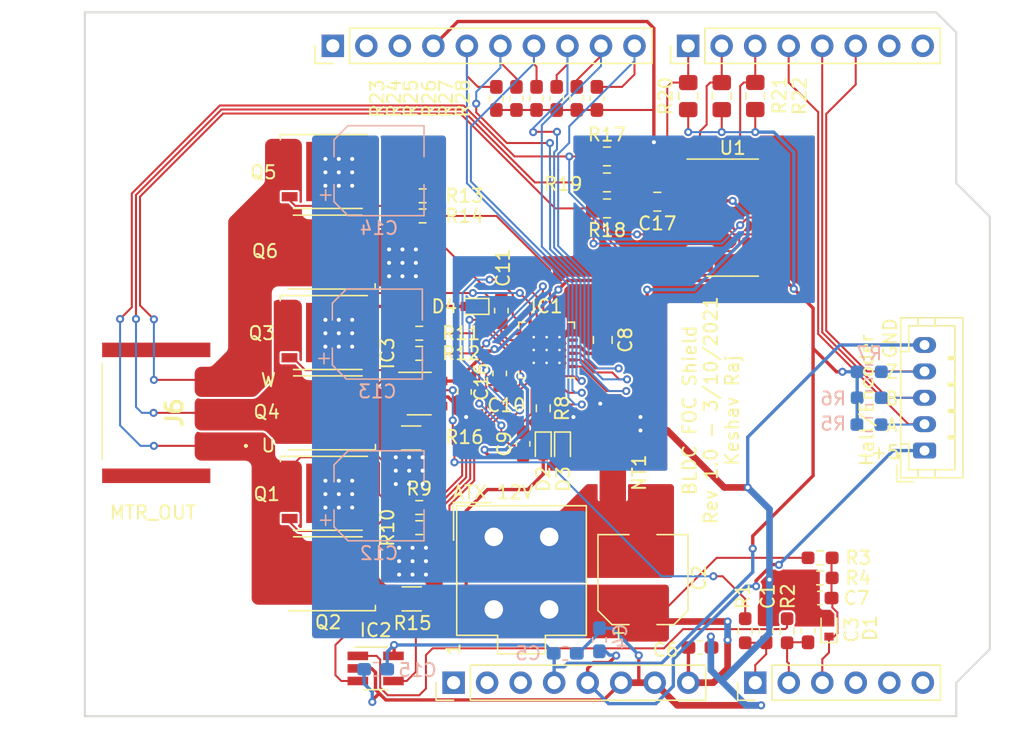
<source format=kicad_pcb>
(kicad_pcb (version 20171130) (host pcbnew "(5.1.10)-1")
  (layers (0 F.Cu signal) (31 B.Cu signal) (34 B.Paste user) (35 F.Paste user) (36 B.SilkS user) (37 F.SilkS user) (38 B.Mask user) (39 F.Mask user) (44 Edge.Cuts user))
  (net 0 "")
  (net 1 GND)
  (net 2 "Net-(C1-Pad1)")
  (net 3 GNDPWR)
  (net 4 +12V)
  (net 5 "Net-(C3-Pad1)")
  (net 6 +5V)
  (net 7 +3V3)
  (net 8 "Net-(C7-Pad1)")
  (net 9 /Inverter/BSTA)
  (net 10 "/Zerocrossing Detect/U")
  (net 11 /Inverter/BSTB)
  (net 12 "/Zerocrossing Detect/V")
  (net 13 /Inverter/BSTC)
  (net 14 "/Zerocrossing Detect/W")
  (net 15 "Net-(IC1-Pad21)")
  (net 16 "Net-(IC1-Pad19)")
  (net 17 "Net-(IC1-Pad16)")
  (net 18 "Net-(IC1-Pad13)")
  (net 19 "Net-(IC1-Pad11)")
  (net 20 "Net-(IC1-Pad10)")
  (net 21 "Net-(IC1-Pad9)")
  (net 22 "Net-(IC1-Pad8)")
  (net 23 "Net-(IC1-Pad7)")
  (net 24 "Net-(IC1-Pad5)")
  (net 25 "/Inverter/Phase A Current Sense/LS_SOURCE")
  (net 26 /Inverter/IS_U)
  (net 27 /Inverter/sheet613E4E23/LS_SOURCE)
  (net 28 /Inverter/IS_V)
  (net 29 "Net-(J2-Pad3)")
  (net 30 "Net-(J2-Pad2)")
  (net 31 "Net-(J2-Pad1)")
  (net 32 "Net-(J3-Pad3)")
  (net 33 "Net-(J3-Pad2)")
  (net 34 "Net-(J3-Pad1)")
  (net 35 "Net-(J4-Pad8)")
  (net 36 "Net-(J4-Pad7)")
  (net 37 "Net-(J4-Pad6)")
  (net 38 "Net-(J4-Pad5)")
  (net 39 "Net-(J4-Pad4)")
  (net 40 "/Zerocrossing Detect/C")
  (net 41 "/Zerocrossing Detect/B")
  (net 42 "/Zerocrossing Detect/A")
  (net 43 "Net-(J5-Pad6)")
  (net 44 "Net-(J5-Pad5)")
  (net 45 "Net-(J5-Pad4)")
  (net 46 "Net-(Q1-Pad2)")
  (net 47 "Net-(Q2-Pad2)")
  (net 48 "Net-(Q3-Pad2)")
  (net 49 "Net-(Q4-Pad2)")
  (net 50 "Net-(Q5-Pad2)")
  (net 51 "Net-(Q6-Pad2)")
  (net 52 "Net-(R17-Pad2)")
  (net 53 /INHC)
  (net 54 /INHB)
  (net 55 /INHA)
  (net 56 /INLC)
  (net 57 /INLB)
  (net 58 /INLA)
  (module Resistor_SMD:R_0603_1608Metric_Pad1.05x0.95mm_HandSolder (layer F.Cu) (at 98.806 22.084 90)
    (fp_text reference R28 (at 0 -10.16 90) (layer F.SilkS))
    (fp_text value 10k)
    (pad 2 smd roundrect (at 0.875 0 90) (size 1.05 0.95) (layers F.Cu F.Paste F.Mask) (net 56 /INLC))
    (pad 1 smd roundrect (at -0.875 0 90) (size 1.05 0.95) (layers F.Cu F.Paste F.Mask) (net 1 GND))
  )
  (module Resistor_SMD:R_0603_1608Metric_Pad1.05x0.95mm_HandSolder (layer F.Cu) (at 97.282 22.084 90)
    (fp_text reference R27 (at -0.014 -9.906 90) (layer F.SilkS))
    (fp_text value 10k)
    (pad 2 smd roundrect (at 0.875 0 90) (size 1.05 0.95) (layers F.Cu F.Paste F.Mask) (net 53 /INHC))
    (pad 1 smd roundrect (at -0.875 0 90) (size 1.05 0.95) (layers F.Cu F.Paste F.Mask) (net 1 GND))
  )
  (module Resistor_SMD:R_0603_1608Metric_Pad1.05x0.95mm_HandSolder (layer F.Cu) (at 95.758 22.084 90)
    (fp_text reference R26 (at -0.014 -9.652 90) (layer F.SilkS))
    (fp_text value 10k)
    (pad 2 smd roundrect (at 0.875 0 90) (size 1.05 0.95) (layers F.Cu F.Paste F.Mask) (net 57 /INLB))
    (pad 1 smd roundrect (at -0.875 0 90) (size 1.05 0.95) (layers F.Cu F.Paste F.Mask) (net 1 GND))
  )
  (module Resistor_SMD:R_0603_1608Metric_Pad1.05x0.95mm_HandSolder (layer F.Cu) (at 94.234 22.084 90)
    (fp_text reference R25 (at 0 -9.525 90) (layer F.SilkS))
    (fp_text value 10k)
    (pad 2 smd roundrect (at 0.875 0 90) (size 1.05 0.95) (layers F.Cu F.Paste F.Mask) (net 54 /INHB))
    (pad 1 smd roundrect (at -0.875 0 90) (size 1.05 0.95) (layers F.Cu F.Paste F.Mask) (net 1 GND))
  )
  (module Resistor_SMD:R_0603_1608Metric_Pad1.05x0.95mm_HandSolder (layer F.Cu) (at 92.71 22.084 90)
    (fp_text reference R24 (at 0 -9.271 90) (layer F.SilkS))
    (fp_text value 10k)
    (pad 2 smd roundrect (at 0.875 0 90) (size 1.05 0.95) (layers F.Cu F.Paste F.Mask) (net 58 /INLA))
    (pad 1 smd roundrect (at -0.875 0 90) (size 1.05 0.95) (layers F.Cu F.Paste F.Mask) (net 1 GND))
  )
  (module Resistor_SMD:R_0603_1608Metric_Pad1.05x0.95mm_HandSolder (layer F.Cu) (at 91.186 22.084 90)
    (fp_text reference R23 (at 0 -9.017 90) (layer F.SilkS))
    (fp_text value 10k)
    (pad 2 smd roundrect (at 0.875 0 90) (size 1.05 0.95) (layers F.Cu F.Paste F.Mask) (net 55 /INHA))
    (pad 1 smd roundrect (at -0.875 0 90) (size 1.05 0.95) (layers F.Cu F.Paste F.Mask) (net 1 GND))
  )
  (module MountingHole:MountingHole_3.2mm_M3 (layer F.Cu) (at 73.97 66.36)
    (fp_text reference H4 hide)
    (fp_text value MountingHole)
    (pad 1 np_thru_hole circle (at 0 0) (size 3.2 3.2) (drill 3.2) (layers *.Cu *.Mask))
  )
  (module MountingHole:MountingHole_3.2mm_M3 (layer F.Cu) (at 126.04 33.34)
    (fp_text reference H3 hide)
    (fp_text value MountingHole)
    (pad 1 np_thru_hole circle (at 0 0) (size 3.2 3.2) (drill 3.2) (layers *.Cu *.Mask))
  )
  (module MountingHole:MountingHole_3.2mm_M3 (layer F.Cu) (at 126.04 61.28)
    (fp_text reference H2 hide)
    (fp_text value MountingHole)
    (pad 1 np_thru_hole circle (at 0 0) (size 3.2 3.2) (drill 3.2) (layers *.Cu *.Mask))
  )
  (module MountingHole:MountingHole_3.2mm_M3 (layer F.Cu) (at 75.24 18.1)
    (fp_text reference H1 hide)
    (fp_text value MountingHole)
    (pad 1 np_thru_hole circle (at 0 0) (size 3.2 3.2) (drill 3.2) (layers *.Cu *.Mask))
  )
  (module Package_SO:SOIC-14_3.9x8.7mm_P1.27mm (layer F.Cu) (at 109.093 31.115)
    (fp_text reference U1 (at 0 -5.28) (layer F.SilkS))
    (fp_text value LM339)
    (pad 14 smd roundrect (at 2.475 -3.81) (size 1.95 0.6) (layers F.Cu F.Paste F.Mask))
    (pad 13 smd roundrect (at 2.475 -2.54) (size 1.95 0.6) (layers F.Cu F.Paste F.Mask) (net 40 "/Zerocrossing Detect/C"))
    (pad 12 smd roundrect (at 2.475 -1.27) (size 1.95 0.6) (layers F.Cu F.Paste F.Mask) (net 1 GND))
    (pad 11 smd roundrect (at 2.475 0) (size 1.95 0.6) (layers F.Cu F.Paste F.Mask) (net 14 "/Zerocrossing Detect/W"))
    (pad 10 smd roundrect (at 2.475 1.27) (size 1.95 0.6) (layers F.Cu F.Paste F.Mask) (net 52 "Net-(R17-Pad2)"))
    (pad 9 smd roundrect (at 2.475 2.54) (size 1.95 0.6) (layers F.Cu F.Paste F.Mask))
    (pad 8 smd roundrect (at 2.475 3.81) (size 1.95 0.6) (layers F.Cu F.Paste F.Mask))
    (pad 7 smd roundrect (at -2.475 3.81) (size 1.95 0.6) (layers F.Cu F.Paste F.Mask) (net 12 "/Zerocrossing Detect/V"))
    (pad 6 smd roundrect (at -2.475 2.54) (size 1.95 0.6) (layers F.Cu F.Paste F.Mask) (net 52 "Net-(R17-Pad2)"))
    (pad 5 smd roundrect (at -2.475 1.27) (size 1.95 0.6) (layers F.Cu F.Paste F.Mask) (net 10 "/Zerocrossing Detect/U"))
    (pad 4 smd roundrect (at -2.475 0) (size 1.95 0.6) (layers F.Cu F.Paste F.Mask) (net 52 "Net-(R17-Pad2)"))
    (pad 3 smd roundrect (at -2.475 -1.27) (size 1.95 0.6) (layers F.Cu F.Paste F.Mask) (net 4 +12V))
    (pad 2 smd roundrect (at -2.475 -2.54) (size 1.95 0.6) (layers F.Cu F.Paste F.Mask) (net 42 "/Zerocrossing Detect/A"))
    (pad 1 smd roundrect (at -2.475 -3.81) (size 1.95 0.6) (layers F.Cu F.Paste F.Mask) (net 41 "/Zerocrossing Detect/B"))
  )
  (module Resistor_SMD:R_0805_2012Metric_Pad1.15x1.40mm_HandSolder (layer F.Cu) (at 110.8075 21.8985 270)
    (fp_text reference R22 (at 0 -3.3655 90) (layer F.SilkS))
    (fp_text value 4k7)
    (pad 2 smd roundrect (at 1.025 0 270) (size 1.15 1.4) (layers F.Cu F.Paste F.Mask) (roundrect_rratio 0.2173904347826087) (net 7 +3V3))
    (pad 1 smd roundrect (at -1.025 0 270) (size 1.15 1.4) (layers F.Cu F.Paste F.Mask) (roundrect_rratio 0.2173904347826087) (net 40 "/Zerocrossing Detect/C"))
  )
  (module Resistor_SMD:R_0805_2012Metric_Pad1.15x1.40mm_HandSolder (layer F.Cu) (at 108.2675 21.9075 270)
    (fp_text reference R21 (at -0.0635 -4.3815 90) (layer F.SilkS))
    (fp_text value 4k7)
    (pad 2 smd roundrect (at 1.025 0 270) (size 1.15 1.4) (layers F.Cu F.Paste F.Mask) (roundrect_rratio 0.2173904347826087) (net 7 +3V3))
    (pad 1 smd roundrect (at -1.025 0 270) (size 1.15 1.4) (layers F.Cu F.Paste F.Mask) (roundrect_rratio 0.2173904347826087) (net 41 "/Zerocrossing Detect/B"))
  )
  (module Resistor_SMD:R_0805_2012Metric_Pad1.15x1.40mm_HandSolder (layer F.Cu) (at 105.7275 21.9075 270)
    (fp_text reference R20 (at 0 1.7145 90) (layer F.SilkS))
    (fp_text value 4k7)
    (pad 2 smd roundrect (at 1.025 0 270) (size 1.15 1.4) (layers F.Cu F.Paste F.Mask) (roundrect_rratio 0.2173904347826087) (net 7 +3V3))
    (pad 1 smd roundrect (at -1.025 0 270) (size 1.15 1.4) (layers F.Cu F.Paste F.Mask) (roundrect_rratio 0.2173904347826087) (net 42 "/Zerocrossing Detect/A"))
  )
  (module Resistor_SMD:R_0805_2012Metric_Pad1.15x1.40mm_HandSolder (layer F.Cu) (at 99.568 28.448)
    (fp_text reference R19 (at -3.302 0.127) (layer F.SilkS))
    (fp_text value 4k7)
    (pad 2 smd roundrect (at 1.025 0) (size 1.15 1.4) (layers F.Cu F.Paste F.Mask) (roundrect_rratio 0.2173904347826087) (net 52 "Net-(R17-Pad2)"))
    (pad 1 smd roundrect (at -1.025 0) (size 1.15 1.4) (layers F.Cu F.Paste F.Mask) (roundrect_rratio 0.2173904347826087) (net 12 "/Zerocrossing Detect/V"))
  )
  (module Resistor_SMD:R_0805_2012Metric_Pad1.15x1.40mm_HandSolder (layer F.Cu) (at 99.577 30.4165 180)
    (fp_text reference R18 (at 0 -1.65) (layer F.SilkS))
    (fp_text value 4k7)
    (pad 2 smd roundrect (at 1.025 0 180) (size 1.15 1.4) (layers F.Cu F.Paste F.Mask) (roundrect_rratio 0.2173904347826087) (net 14 "/Zerocrossing Detect/W"))
    (pad 1 smd roundrect (at -1.025 0 180) (size 1.15 1.4) (layers F.Cu F.Paste F.Mask) (roundrect_rratio 0.2173904347826087) (net 52 "Net-(R17-Pad2)"))
  )
  (module Resistor_SMD:R_0805_2012Metric_Pad1.15x1.40mm_HandSolder (layer F.Cu) (at 99.568 26.4795)
    (fp_text reference R17 (at 0 -1.65) (layer F.SilkS))
    (fp_text value 4k7)
    (pad 2 smd roundrect (at 1.025 0) (size 1.15 1.4) (layers F.Cu F.Paste F.Mask) (roundrect_rratio 0.2173904347826087) (net 52 "Net-(R17-Pad2)"))
    (pad 1 smd roundrect (at -1.025 0) (size 1.15 1.4) (layers F.Cu F.Paste F.Mask) (roundrect_rratio 0.2173904347826087) (net 10 "/Zerocrossing Detect/U"))
  )
  (module Resistor_SMD:R_1206_3216Metric_Pad1.30x1.75mm_HandSolder (layer F.Cu) (at 84.735 47.8155)
    (fp_text reference R16 (at 4.038 -0.0635) (layer F.SilkS))
    (fp_text value 20m)
    (pad 2 smd roundrect (at 1.55 0) (size 1.3 1.75) (layers F.Cu F.Paste F.Mask) (roundrect_rratio 0.1923076923076923) (net 3 GNDPWR))
    (pad 1 smd roundrect (at -1.55 0) (size 1.3 1.75) (layers F.Cu F.Paste F.Mask) (roundrect_rratio 0.1923076923076923) (net 27 /Inverter/sheet613E4E23/LS_SOURCE))
  )
  (module Resistor_SMD:R_1206_3216Metric_Pad1.30x1.75mm_HandSolder (layer F.Cu) (at 84.7725 60.0075)
    (fp_text reference R15 (at 0.0635 1.8415) (layer F.SilkS))
    (fp_text value 20m)
    (pad 2 smd roundrect (at 1.55 0) (size 1.3 1.75) (layers F.Cu F.Paste F.Mask) (roundrect_rratio 0.1923076923076923) (net 3 GNDPWR))
    (pad 1 smd roundrect (at -1.55 0) (size 1.3 1.75) (layers F.Cu F.Paste F.Mask) (roundrect_rratio 0.1923076923076923) (net 25 "/Inverter/Phase A Current Sense/LS_SOURCE"))
  )
  (module Resistor_SMD:R_0603_1608Metric_Pad0.98x0.95mm_HandSolder (layer F.Cu) (at 85.598 30.988)
    (fp_text reference R14 (at 3.175 0) (layer F.SilkS))
    (fp_text value 2.2R)
    (pad 2 smd roundrect (at 0.9125 0) (size 0.975 0.95) (layers F.Cu F.Paste F.Mask) (net 21 "Net-(IC1-Pad9)"))
    (pad 1 smd roundrect (at -0.9125 0) (size 0.975 0.95) (layers F.Cu F.Paste F.Mask) (net 51 "Net-(Q6-Pad2)"))
  )
  (module Resistor_SMD:R_0603_1608Metric_Pad0.98x0.95mm_HandSolder (layer F.Cu) (at 85.598 29.464)
    (fp_text reference R13 (at 3.175 0) (layer F.SilkS))
    (fp_text value 2.2R)
    (pad 2 smd roundrect (at 0.9125 0) (size 0.975 0.95) (layers F.Cu F.Paste F.Mask) (net 18 "Net-(IC1-Pad13)"))
    (pad 1 smd roundrect (at -0.9125 0) (size 0.975 0.95) (layers F.Cu F.Paste F.Mask) (net 50 "Net-(Q5-Pad2)"))
  )
  (module Resistor_SMD:R_0603_1608Metric_Pad0.98x0.95mm_HandSolder (layer F.Cu) (at 85.344 41.402)
    (fp_text reference R12 (at 3.175 0) (layer F.SilkS))
    (fp_text value 2.2R)
    (pad 2 smd roundrect (at 0.9125 0) (size 0.975 0.95) (layers F.Cu F.Paste F.Mask) (net 20 "Net-(IC1-Pad10)"))
    (pad 1 smd roundrect (at -0.9125 0) (size 0.975 0.95) (layers F.Cu F.Paste F.Mask) (net 49 "Net-(Q4-Pad2)"))
  )
  (module Resistor_SMD:R_0603_1608Metric_Pad0.98x0.95mm_HandSolder (layer F.Cu) (at 85.344 39.878)
    (fp_text reference R11 (at 3.175 0) (layer F.SilkS))
    (fp_text value 2.2R)
    (pad 2 smd roundrect (at 0.9125 0) (size 0.975 0.95) (layers F.Cu F.Paste F.Mask) (net 17 "Net-(IC1-Pad16)"))
    (pad 1 smd roundrect (at -0.9125 0) (size 0.975 0.95) (layers F.Cu F.Paste F.Mask) (net 48 "Net-(Q3-Pad2)"))
  )
  (module Resistor_SMD:R_0603_1608Metric_Pad0.98x0.95mm_HandSolder (layer F.Cu) (at 85.344 54.61)
    (fp_text reference R10 (at -2.413 0 90) (layer F.SilkS))
    (fp_text value 2.2R)
    (pad 2 smd roundrect (at 0.9125 0) (size 0.975 0.95) (layers F.Cu F.Paste F.Mask) (net 19 "Net-(IC1-Pad11)"))
    (pad 1 smd roundrect (at -0.9125 0) (size 0.975 0.95) (layers F.Cu F.Paste F.Mask) (net 47 "Net-(Q2-Pad2)"))
  )
  (module Resistor_SMD:R_0603_1608Metric_Pad0.98x0.95mm_HandSolder (layer F.Cu) (at 85.344 53.086)
    (fp_text reference R9 (at 0 -1.43) (layer F.SilkS))
    (fp_text value 2.2R)
    (pad 2 smd roundrect (at 0.9125 0) (size 0.975 0.95) (layers F.Cu F.Paste F.Mask) (net 16 "Net-(IC1-Pad19)"))
    (pad 1 smd roundrect (at -0.9125 0) (size 0.975 0.95) (layers F.Cu F.Paste F.Mask) (net 46 "Net-(Q1-Pad2)"))
  )
  (module Resistor_SMD:R_0603_1608Metric_Pad0.98x0.95mm_HandSolder (layer F.Cu) (at 94.742 45.5695 270)
    (fp_text reference R8 (at 0 -1.43 90) (layer F.SilkS))
    (fp_text value 82k)
    (pad 2 smd roundrect (at 0.9125 0 270) (size 0.975 0.95) (layers F.Cu F.Paste F.Mask) (net 1 GND))
    (pad 1 smd roundrect (at -0.9125 0 270) (size 0.975 0.95) (layers F.Cu F.Paste F.Mask) (net 15 "Net-(IC1-Pad21)"))
  )
  (module Resistor_SMD:R_0603_1608Metric_Pad0.98x0.95mm_HandSolder (layer B.Cu) (at 119.4435 42.799)
    (fp_text reference R7 (at 0 -1.397) (layer B.SilkS) (effects (justify mirror)))
    (fp_text value 3.9k)
    (pad 2 smd roundrect (at 0.9125 0) (size 0.975 0.95) (layers B.Cu B.Paste B.Mask) (net 37 "Net-(J4-Pad6)"))
    (pad 1 smd roundrect (at -0.9125 0) (size 0.975 0.95) (layers B.Cu B.Paste B.Mask) (net 7 +3V3))
  )
  (module Resistor_SMD:R_0603_1608Metric_Pad0.98x0.95mm_HandSolder (layer B.Cu) (at 119.4435 44.7675)
    (fp_text reference R6 (at -2.7305 0.0635) (layer B.SilkS) (effects (justify mirror)))
    (fp_text value 3.9k)
    (pad 2 smd roundrect (at 0.9125 0) (size 0.975 0.95) (layers B.Cu B.Paste B.Mask) (net 38 "Net-(J4-Pad5)"))
    (pad 1 smd roundrect (at -0.9125 0) (size 0.975 0.95) (layers B.Cu B.Paste B.Mask) (net 7 +3V3))
  )
  (module Resistor_SMD:R_0603_1608Metric_Pad0.98x0.95mm_HandSolder (layer B.Cu) (at 119.42 46.7995)
    (fp_text reference R5 (at -2.707 -0.0635) (layer B.SilkS) (effects (justify mirror)))
    (fp_text value 3.9k)
    (pad 2 smd roundrect (at 0.9125 0) (size 0.975 0.95) (layers B.Cu B.Paste B.Mask) (net 39 "Net-(J4-Pad4)"))
    (pad 1 smd roundrect (at -0.9125 0) (size 0.975 0.95) (layers B.Cu B.Paste B.Mask) (net 7 +3V3))
  )
  (module Resistor_SMD:R_0603_1608Metric_Pad0.98x0.95mm_HandSolder (layer F.Cu) (at 115.7205 58.42 180)
    (fp_text reference R4 (at -2.8975 0) (layer F.SilkS))
    (fp_text value 11k)
    (pad 2 smd roundrect (at 0.9125 0 180) (size 0.975 0.95) (layers F.Cu F.Paste F.Mask) (net 1 GND))
    (pad 1 smd roundrect (at -0.9125 0 180) (size 0.975 0.95) (layers F.Cu F.Paste F.Mask) (net 8 "Net-(C7-Pad1)"))
  )
  (module Resistor_SMD:R_0603_1608Metric_Pad0.98x0.95mm_HandSolder (layer F.Cu) (at 115.7205 56.896)
    (fp_text reference R3 (at 2.8975 0) (layer F.SilkS))
    (fp_text value 47k)
    (pad 2 smd roundrect (at 0.9125 0) (size 0.975 0.95) (layers F.Cu F.Paste F.Mask) (net 8 "Net-(C7-Pad1)"))
    (pad 1 smd roundrect (at -0.9125 0) (size 0.975 0.95) (layers F.Cu F.Paste F.Mask) (net 4 +12V))
  )
  (module Resistor_SMD:R_0603_1608Metric_Pad0.98x0.95mm_HandSolder (layer F.Cu) (at 113.2205 62.4205 270)
    (fp_text reference R2 (at -2.6035 -0.0635 90) (layer F.SilkS))
    (fp_text value 1.6k)
    (pad 2 smd roundrect (at 0.9125 0 270) (size 0.975 0.95) (layers F.Cu F.Paste F.Mask) (net 5 "Net-(C3-Pad1)"))
    (pad 1 smd roundrect (at -0.9125 0 270) (size 0.975 0.95) (layers F.Cu F.Paste F.Mask) (net 26 /Inverter/IS_U))
  )
  (module Resistor_SMD:R_0603_1608Metric_Pad0.98x0.95mm_HandSolder (layer F.Cu) (at 110.0455 62.4205 270)
    (fp_text reference R1 (at -2.6035 0.1905 90) (layer F.SilkS))
    (fp_text value 1.6k)
    (pad 2 smd roundrect (at 0.9125 0 270) (size 0.975 0.95) (layers F.Cu F.Paste F.Mask) (net 2 "Net-(C1-Pad1)"))
    (pad 1 smd roundrect (at -0.9125 0 270) (size 0.975 0.95) (layers F.Cu F.Paste F.Mask) (net 28 /Inverter/IS_V))
  )
  (module bldc_driver_fpga:TDSON-8-1_HandSoldering_SGD (layer F.Cu) (at 78.4025 33.729 180)
    (fp_text reference Q6 (at 4.7425 0.074) (layer F.SilkS))
    (fp_text value CSD17578Q5A)
    (pad 3 smd rect (at 0.5 0 90) (size 4.5 4.29) (layers F.Cu F.Mask) (net 14 "/Zerocrossing Detect/W"))
    (pad 3 smd rect (at 2.9 -1.91 90) (size 0.7 1.2) (layers F.Cu F.Paste F.Mask) (net 14 "/Zerocrossing Detect/W"))
    (pad 3 smd rect (at 2.9 -0.64 90) (size 0.7 1.2) (layers F.Cu F.Paste F.Mask) (net 14 "/Zerocrossing Detect/W"))
    (pad 3 smd rect (at 2.9 0.64 90) (size 0.7 1.2) (layers F.Cu F.Paste F.Mask) (net 14 "/Zerocrossing Detect/W"))
    (pad 3 smd rect (at 2.9 1.91 90) (size 0.7 1.2) (layers F.Cu F.Paste F.Mask) (net 14 "/Zerocrossing Detect/W"))
    (pad 2 smd rect (at -2.9 1.91 90) (size 0.7 1.2) (layers F.Cu F.Paste F.Mask) (net 51 "Net-(Q6-Pad2)"))
    (pad 1 smd rect (at -2.9 0.64 90) (size 0.7 1.2) (layers F.Cu F.Paste F.Mask) (net 3 GNDPWR))
    (pad 1 smd rect (at -2.9 -0.64 90) (size 0.7 1.2) (layers F.Cu F.Paste F.Mask) (net 3 GNDPWR))
    (pad 1 smd rect (at -2.9 -1.91 90) (size 0.7 1.2) (layers F.Cu F.Paste F.Mask) (net 3 GNDPWR))
  )
  (module bldc_driver_fpga:TDSON-8-1_HandSoldering_SGD (layer F.Cu) (at 78.4225 27.6225)
    (fp_text reference Q5 (at -4.8895 0.0635) (layer F.SilkS))
    (fp_text value CSD17578Q5A)
    (pad 3 smd rect (at 0.5 0 270) (size 4.5 4.29) (layers F.Cu F.Mask) (net 4 +12V))
    (pad 3 smd rect (at 2.9 -1.91 270) (size 0.7 1.2) (layers F.Cu F.Paste F.Mask) (net 4 +12V))
    (pad 3 smd rect (at 2.9 -0.64 270) (size 0.7 1.2) (layers F.Cu F.Paste F.Mask) (net 4 +12V))
    (pad 3 smd rect (at 2.9 0.64 270) (size 0.7 1.2) (layers F.Cu F.Paste F.Mask) (net 4 +12V))
    (pad 3 smd rect (at 2.9 1.91 270) (size 0.7 1.2) (layers F.Cu F.Paste F.Mask) (net 4 +12V))
    (pad 2 smd rect (at -2.9 1.91 270) (size 0.7 1.2) (layers F.Cu F.Paste F.Mask) (net 50 "Net-(Q5-Pad2)"))
    (pad 1 smd rect (at -2.9 0.64 270) (size 0.7 1.2) (layers F.Cu F.Paste F.Mask) (net 14 "/Zerocrossing Detect/W"))
    (pad 1 smd rect (at -2.9 -0.64 270) (size 0.7 1.2) (layers F.Cu F.Paste F.Mask) (net 14 "/Zerocrossing Detect/W"))
    (pad 1 smd rect (at -2.9 -1.91 270) (size 0.7 1.2) (layers F.Cu F.Paste F.Mask) (net 14 "/Zerocrossing Detect/W"))
  )
  (module bldc_driver_fpga:TDSON-8-1_HandSoldering_SGD (layer F.Cu) (at 78.4225 45.9105 180)
    (fp_text reference Q4 (at 4.6355 0.0635) (layer F.SilkS))
    (fp_text value CSD17578Q5A)
    (pad 3 smd rect (at 0.5 0 90) (size 4.5 4.29) (layers F.Cu F.Mask) (net 12 "/Zerocrossing Detect/V"))
    (pad 3 smd rect (at 2.9 -1.91 90) (size 0.7 1.2) (layers F.Cu F.Paste F.Mask) (net 12 "/Zerocrossing Detect/V"))
    (pad 3 smd rect (at 2.9 -0.64 90) (size 0.7 1.2) (layers F.Cu F.Paste F.Mask) (net 12 "/Zerocrossing Detect/V"))
    (pad 3 smd rect (at 2.9 0.64 90) (size 0.7 1.2) (layers F.Cu F.Paste F.Mask) (net 12 "/Zerocrossing Detect/V"))
    (pad 3 smd rect (at 2.9 1.91 90) (size 0.7 1.2) (layers F.Cu F.Paste F.Mask) (net 12 "/Zerocrossing Detect/V"))
    (pad 2 smd rect (at -2.9 1.91 90) (size 0.7 1.2) (layers F.Cu F.Paste F.Mask) (net 49 "Net-(Q4-Pad2)"))
    (pad 1 smd rect (at -2.9 0.64 90) (size 0.7 1.2) (layers F.Cu F.Paste F.Mask) (net 27 /Inverter/sheet613E4E23/LS_SOURCE))
    (pad 1 smd rect (at -2.9 -0.64 90) (size 0.7 1.2) (layers F.Cu F.Paste F.Mask) (net 27 /Inverter/sheet613E4E23/LS_SOURCE))
    (pad 1 smd rect (at -2.9 -1.91 90) (size 0.7 1.2) (layers F.Cu F.Paste F.Mask) (net 27 /Inverter/sheet613E4E23/LS_SOURCE))
  )
  (module bldc_driver_fpga:TDSON-8-1_HandSoldering_SGD (layer F.Cu) (at 78.4105 39.825)
    (fp_text reference Q3 (at -5.0045 0.053) (layer F.SilkS))
    (fp_text value CSD17578Q5A)
    (pad 3 smd rect (at 0.5 0 270) (size 4.5 4.29) (layers F.Cu F.Mask) (net 4 +12V))
    (pad 3 smd rect (at 2.9 -1.91 270) (size 0.7 1.2) (layers F.Cu F.Paste F.Mask) (net 4 +12V))
    (pad 3 smd rect (at 2.9 -0.64 270) (size 0.7 1.2) (layers F.Cu F.Paste F.Mask) (net 4 +12V))
    (pad 3 smd rect (at 2.9 0.64 270) (size 0.7 1.2) (layers F.Cu F.Paste F.Mask) (net 4 +12V))
    (pad 3 smd rect (at 2.9 1.91 270) (size 0.7 1.2) (layers F.Cu F.Paste F.Mask) (net 4 +12V))
    (pad 2 smd rect (at -2.9 1.91 270) (size 0.7 1.2) (layers F.Cu F.Paste F.Mask) (net 48 "Net-(Q3-Pad2)"))
    (pad 1 smd rect (at -2.9 0.64 270) (size 0.7 1.2) (layers F.Cu F.Paste F.Mask) (net 12 "/Zerocrossing Detect/V"))
    (pad 1 smd rect (at -2.9 -0.64 270) (size 0.7 1.2) (layers F.Cu F.Paste F.Mask) (net 12 "/Zerocrossing Detect/V"))
    (pad 1 smd rect (at -2.9 -1.91 270) (size 0.7 1.2) (layers F.Cu F.Paste F.Mask) (net 12 "/Zerocrossing Detect/V"))
  )
  (module bldc_driver_fpga:TDSON-8-1_HandSoldering_SGD (layer F.Cu) (at 78.4225 58.1025 180)
    (fp_text reference Q2 (at -0.02 -3.68) (layer F.SilkS))
    (fp_text value CSD17578Q5A)
    (pad 3 smd rect (at 0.5 0 90) (size 4.5 4.29) (layers F.Cu F.Mask) (net 10 "/Zerocrossing Detect/U"))
    (pad 3 smd rect (at 2.9 -1.91 90) (size 0.7 1.2) (layers F.Cu F.Paste F.Mask) (net 10 "/Zerocrossing Detect/U"))
    (pad 3 smd rect (at 2.9 -0.64 90) (size 0.7 1.2) (layers F.Cu F.Paste F.Mask) (net 10 "/Zerocrossing Detect/U"))
    (pad 3 smd rect (at 2.9 0.64 90) (size 0.7 1.2) (layers F.Cu F.Paste F.Mask) (net 10 "/Zerocrossing Detect/U"))
    (pad 3 smd rect (at 2.9 1.91 90) (size 0.7 1.2) (layers F.Cu F.Paste F.Mask) (net 10 "/Zerocrossing Detect/U"))
    (pad 2 smd rect (at -2.9 1.91 90) (size 0.7 1.2) (layers F.Cu F.Paste F.Mask) (net 47 "Net-(Q2-Pad2)"))
    (pad 1 smd rect (at -2.9 0.64 90) (size 0.7 1.2) (layers F.Cu F.Paste F.Mask) (net 25 "/Inverter/Phase A Current Sense/LS_SOURCE"))
    (pad 1 smd rect (at -2.9 -0.64 90) (size 0.7 1.2) (layers F.Cu F.Paste F.Mask) (net 25 "/Inverter/Phase A Current Sense/LS_SOURCE"))
    (pad 1 smd rect (at -2.9 -1.91 90) (size 0.7 1.2) (layers F.Cu F.Paste F.Mask) (net 25 "/Inverter/Phase A Current Sense/LS_SOURCE"))
  )
  (module bldc_driver_fpga:TDSON-8-1_HandSoldering_SGD (layer F.Cu) (at 78.4225 52.0065)
    (fp_text reference Q1 (at -4.6355 0.0635) (layer F.SilkS))
    (fp_text value CSD17578Q5A)
    (pad 3 smd rect (at 0.5 0 270) (size 4.5 4.29) (layers F.Cu F.Mask) (net 4 +12V))
    (pad 3 smd rect (at 2.9 -1.91 270) (size 0.7 1.2) (layers F.Cu F.Paste F.Mask) (net 4 +12V))
    (pad 3 smd rect (at 2.9 -0.64 270) (size 0.7 1.2) (layers F.Cu F.Paste F.Mask) (net 4 +12V))
    (pad 3 smd rect (at 2.9 0.64 270) (size 0.7 1.2) (layers F.Cu F.Paste F.Mask) (net 4 +12V))
    (pad 3 smd rect (at 2.9 1.91 270) (size 0.7 1.2) (layers F.Cu F.Paste F.Mask) (net 4 +12V))
    (pad 2 smd rect (at -2.9 1.91 270) (size 0.7 1.2) (layers F.Cu F.Paste F.Mask) (net 46 "Net-(Q1-Pad2)"))
    (pad 1 smd rect (at -2.9 0.64 270) (size 0.7 1.2) (layers F.Cu F.Paste F.Mask) (net 10 "/Zerocrossing Detect/U"))
    (pad 1 smd rect (at -2.9 -0.64 270) (size 0.7 1.2) (layers F.Cu F.Paste F.Mask) (net 10 "/Zerocrossing Detect/U"))
    (pad 1 smd rect (at -2.9 -1.91 270) (size 0.7 1.2) (layers F.Cu F.Paste F.Mask) (net 10 "/Zerocrossing Detect/U"))
  )
  (module NetTie:NetTie-2_SMD_Pad2.0mm (layer F.Cu) (at 100.0125 50.451 270)
    (fp_text reference NT1 (at 0 -2 90) (layer F.SilkS))
    (fp_text value Net-Tie_2)
    (fp_poly (pts (xy -2 -1) (xy 2 -1) (xy 2 1) (xy -2 1)) (layer F.Cu) (width 0))
    (pad 2 smd circle (at 2 0 270) (size 2 2) (layers F.Cu) (net 3 GNDPWR))
    (pad 1 smd circle (at -2 0 270) (size 2 2) (layers F.Cu) (net 1 GND))
  )
  (module Connector_JST:JST_PH_B5B-PH-K_1x05_P2.00mm_Vertical (layer F.Cu) (at 123.6345 48.768 90)
    (fp_text reference J7 hide)
    (fp_text value Hall/Encoder)
    (pad 5 thru_hole oval (at 8 0 90) (size 1.2 1.75) (drill 0.75) (layers *.Cu *.Mask) (net 1 GND))
    (pad 4 thru_hole oval (at 6 0 90) (size 1.2 1.75) (drill 0.75) (layers *.Cu *.Mask) (net 37 "Net-(J4-Pad6)"))
    (pad 3 thru_hole oval (at 4 0 90) (size 1.2 1.75) (drill 0.75) (layers *.Cu *.Mask) (net 38 "Net-(J4-Pad5)"))
    (pad 2 thru_hole oval (at 2 0 90) (size 1.2 1.75) (drill 0.75) (layers *.Cu *.Mask) (net 39 "Net-(J4-Pad4)"))
    (pad 1 thru_hole roundrect (at 0 0 90) (size 1.2 1.75) (drill 0.75) (layers *.Cu *.Mask) (roundrect_rratio 0.2083325) (net 6 +5V))
  )
  (module SamacSys_Parts:1054301103 (layer F.Cu) (at 65.659 45.9105 270)
    (fp_text reference J6 (at 0 -1.127 90) (layer F.SilkS) (effects (font (size 1.27 1.27) (thickness 0.254))))
    (fp_text value "Motor Out" hide)
    (pad MP2 smd rect (at -4.77 0.245 270) (size 1.1 8.2) (layers F.Cu F.Paste F.Mask))
    (pad MP1 smd rect (at 4.77 0.245 270) (size 1.1 8.2) (layers F.Cu F.Paste F.Mask))
    (pad 3 smd rect (at -2.5 -4.685 270) (size 1.24 2.5) (layers F.Cu F.Paste F.Mask) (net 14 "/Zerocrossing Detect/W"))
    (pad 2 smd rect (at 0 -4.685 270) (size 1.24 2.5) (layers F.Cu F.Paste F.Mask) (net 12 "/Zerocrossing Detect/V"))
    (pad 1 smd rect (at 2.5 -4.685 270) (size 1.24 2.5) (layers F.Cu F.Paste F.Mask) (net 10 "/Zerocrossing Detect/U"))
  )
  (module Connector_PinHeader_2.54mm:PinHeader_1x06_P2.54mm_Vertical (layer F.Cu) (at 110.8075 66.3575 90)
    (fp_text reference J5 hide)
    (fp_text value Analog)
    (pad 6 thru_hole oval (at 0 12.7 90) (size 1.7 1.7) (drill 1) (layers *.Cu *.Mask) (net 43 "Net-(J5-Pad6)"))
    (pad 5 thru_hole oval (at 0 10.16 90) (size 1.7 1.7) (drill 1) (layers *.Cu *.Mask) (net 44 "Net-(J5-Pad5)"))
    (pad 4 thru_hole oval (at 0 7.62 90) (size 1.7 1.7) (drill 1) (layers *.Cu *.Mask) (net 45 "Net-(J5-Pad4)"))
    (pad 3 thru_hole oval (at 0 5.08 90) (size 1.7 1.7) (drill 1) (layers *.Cu *.Mask) (net 8 "Net-(C7-Pad1)"))
    (pad 2 thru_hole oval (at 0 2.54 90) (size 1.7 1.7) (drill 1) (layers *.Cu *.Mask) (net 5 "Net-(C3-Pad1)"))
    (pad 1 thru_hole rect (at 0 0 90) (size 1.7 1.7) (drill 1) (layers *.Cu *.Mask) (net 2 "Net-(C1-Pad1)"))
  )
  (module Connector_PinHeader_2.54mm:PinHeader_1x08_P2.54mm_Vertical (layer F.Cu) (at 105.72 18.1 90)
    (fp_text reference J4 hide)
    (fp_text value "Digital 2")
    (pad 8 thru_hole oval (at 0 17.78 90) (size 1.7 1.7) (drill 1) (layers *.Cu *.Mask) (net 35 "Net-(J4-Pad8)"))
    (pad 7 thru_hole oval (at 0 15.24 90) (size 1.7 1.7) (drill 1) (layers *.Cu *.Mask) (net 36 "Net-(J4-Pad7)"))
    (pad 6 thru_hole oval (at 0 12.7 90) (size 1.7 1.7) (drill 1) (layers *.Cu *.Mask) (net 37 "Net-(J4-Pad6)"))
    (pad 5 thru_hole oval (at 0 10.16 90) (size 1.7 1.7) (drill 1) (layers *.Cu *.Mask) (net 38 "Net-(J4-Pad5)"))
    (pad 4 thru_hole oval (at 0 7.62 90) (size 1.7 1.7) (drill 1) (layers *.Cu *.Mask) (net 39 "Net-(J4-Pad4)"))
    (pad 3 thru_hole oval (at 0 5.08 90) (size 1.7 1.7) (drill 1) (layers *.Cu *.Mask) (net 40 "/Zerocrossing Detect/C"))
    (pad 2 thru_hole oval (at 0 2.54 90) (size 1.7 1.7) (drill 1) (layers *.Cu *.Mask) (net 41 "/Zerocrossing Detect/B"))
    (pad 1 thru_hole rect (at 0 0 90) (size 1.7 1.7) (drill 1) (layers *.Cu *.Mask) (net 42 "/Zerocrossing Detect/A"))
  )
  (module Connector_PinHeader_2.54mm:PinHeader_1x10_P2.54mm_Vertical (layer F.Cu) (at 78.796 18.1 90)
    (fp_text reference J3 hide)
    (fp_text value "Digital 1")
    (pad 10 thru_hole oval (at 0 22.86 90) (size 1.7 1.7) (drill 1) (layers *.Cu *.Mask) (net 56 /INLC))
    (pad 9 thru_hole oval (at 0 20.32 90) (size 1.7 1.7) (drill 1) (layers *.Cu *.Mask) (net 53 /INHC))
    (pad 8 thru_hole oval (at 0 17.78 90) (size 1.7 1.7) (drill 1) (layers *.Cu *.Mask) (net 57 /INLB))
    (pad 7 thru_hole oval (at 0 15.24 90) (size 1.7 1.7) (drill 1) (layers *.Cu *.Mask) (net 54 /INHB))
    (pad 6 thru_hole oval (at 0 12.7 90) (size 1.7 1.7) (drill 1) (layers *.Cu *.Mask) (net 58 /INLA))
    (pad 5 thru_hole oval (at 0 10.16 90) (size 1.7 1.7) (drill 1) (layers *.Cu *.Mask) (net 55 /INHA))
    (pad 4 thru_hole oval (at 0 7.62 90) (size 1.7 1.7) (drill 1) (layers *.Cu *.Mask) (net 1 GND))
    (pad 3 thru_hole oval (at 0 5.08 90) (size 1.7 1.7) (drill 1) (layers *.Cu *.Mask) (net 32 "Net-(J3-Pad3)"))
    (pad 2 thru_hole oval (at 0 2.54 90) (size 1.7 1.7) (drill 1) (layers *.Cu *.Mask) (net 33 "Net-(J3-Pad2)"))
    (pad 1 thru_hole rect (at 0 0 90) (size 1.7 1.7) (drill 1) (layers *.Cu *.Mask) (net 34 "Net-(J3-Pad1)"))
  )
  (module Connector_PinHeader_2.54mm:PinHeader_1x08_P2.54mm_Vertical (layer F.Cu) (at 87.9475 66.3575 90)
    (fp_text reference J2 hide)
    (fp_text value Power)
    (pad 8 thru_hole oval (at 0 17.78 90) (size 1.7 1.7) (drill 1) (layers *.Cu *.Mask) (net 4 +12V))
    (pad 7 thru_hole oval (at 0 15.24 90) (size 1.7 1.7) (drill 1) (layers *.Cu *.Mask) (net 1 GND))
    (pad 6 thru_hole oval (at 0 12.7 90) (size 1.7 1.7) (drill 1) (layers *.Cu *.Mask) (net 1 GND))
    (pad 5 thru_hole oval (at 0 10.16 90) (size 1.7 1.7) (drill 1) (layers *.Cu *.Mask) (net 6 +5V))
    (pad 4 thru_hole oval (at 0 7.62 90) (size 1.7 1.7) (drill 1) (layers *.Cu *.Mask) (net 7 +3V3))
    (pad 3 thru_hole oval (at 0 5.08 90) (size 1.7 1.7) (drill 1) (layers *.Cu *.Mask) (net 29 "Net-(J2-Pad3)"))
    (pad 2 thru_hole oval (at 0 2.54 90) (size 1.7 1.7) (drill 1) (layers *.Cu *.Mask) (net 30 "Net-(J2-Pad2)"))
    (pad 1 thru_hole rect (at 0 0 90) (size 1.7 1.7) (drill 1) (layers *.Cu *.Mask) (net 31 "Net-(J2-Pad1)"))
  )
  (module Connector_Molex:Molex_Mini-Fit_Jr_5566-04A_2x02_P4.20mm_Vertical (layer F.Cu) (at 90.9955 55.3085)
    (fp_text reference J1 hide)
    (fp_text value "Voltage Bus In")
    (pad 4 thru_hole oval (at 4.2 5.5) (size 2.7 3.3) (drill 1.4) (layers *.Cu *.Mask) (net 4 +12V))
    (pad 3 thru_hole oval (at 0 5.5) (size 2.7 3.3) (drill 1.4) (layers *.Cu *.Mask) (net 4 +12V))
    (pad 2 thru_hole oval (at 4.2 0) (size 2.7 3.3) (drill 1.4) (layers *.Cu *.Mask) (net 3 GNDPWR))
    (pad 1 thru_hole roundrect (at 0 0) (size 2.7 3.3) (drill 1.4) (layers *.Cu *.Mask) (roundrect_rratio 0.09259296296296296) (net 3 GNDPWR))
  )
  (module Package_TO_SOT_SMD:SOT-23-5_HandSoldering (layer F.Cu) (at 85.344 44.45)
    (fp_text reference IC3 (at -2.413 -3.048 90) (layer F.SilkS))
    (fp_text value INA180A2)
    (pad 5 smd rect (at 1.35 -0.95) (size 1.56 0.65) (layers F.Cu F.Paste F.Mask) (net 7 +3V3))
    (pad 4 smd rect (at 1.35 0.95) (size 1.56 0.65) (layers F.Cu F.Paste F.Mask) (net 3 GNDPWR))
    (pad 3 smd rect (at -1.35 0.95) (size 1.56 0.65) (layers F.Cu F.Paste F.Mask) (net 27 /Inverter/sheet613E4E23/LS_SOURCE))
    (pad 2 smd rect (at -1.35 0) (size 1.56 0.65) (layers F.Cu F.Paste F.Mask) (net 1 GND))
    (pad 1 smd rect (at -1.35 -0.95) (size 1.56 0.65) (layers F.Cu F.Paste F.Mask) (net 28 /Inverter/IS_V))
  )
  (module Package_TO_SOT_SMD:SOT-23-5_HandSoldering (layer F.Cu) (at 82.042 65.278)
    (fp_text reference IC2 (at 0 -2.9) (layer F.SilkS))
    (fp_text value INA180A2)
    (pad 5 smd rect (at 1.35 -0.95) (size 1.56 0.65) (layers F.Cu F.Paste F.Mask) (net 7 +3V3))
    (pad 4 smd rect (at 1.35 0.95) (size 1.56 0.65) (layers F.Cu F.Paste F.Mask) (net 3 GNDPWR))
    (pad 3 smd rect (at -1.35 0.95) (size 1.56 0.65) (layers F.Cu F.Paste F.Mask) (net 25 "/Inverter/Phase A Current Sense/LS_SOURCE"))
    (pad 2 smd rect (at -1.35 0) (size 1.56 0.65) (layers F.Cu F.Paste F.Mask) (net 1 GND))
    (pad 1 smd rect (at -1.35 -0.95) (size 1.56 0.65) (layers F.Cu F.Paste F.Mask) (net 26 /Inverter/IS_U))
  )
  (module Package_DFN_QFN:VQFN-24-1EP_4x4mm_P0.5mm_EP2.45x2.45mm_ThermalVias (layer F.Cu) (at 94.996 41.148 180)
    (fp_text reference IC1 (at 0 3.302) (layer F.SilkS))
    (fp_text value DRV8300NRGE)
    (pad 25 smd rect (at 0 0 180) (size 2.45 2.45) (layers B.Cu) (net 1 GND))
    (pad 25 thru_hole circle (at 0.975 0.975 180) (size 0.5 0.5) (drill 0.2) (layers *.Cu) (net 1 GND))
    (pad 25 thru_hole circle (at 0 0.975 180) (size 0.5 0.5) (drill 0.2) (layers *.Cu) (net 1 GND))
    (pad 25 thru_hole circle (at -0.975 0.975 180) (size 0.5 0.5) (drill 0.2) (layers *.Cu) (net 1 GND))
    (pad 25 thru_hole circle (at 0.975 0 180) (size 0.5 0.5) (drill 0.2) (layers *.Cu) (net 1 GND))
    (pad 25 thru_hole circle (at 0 0 180) (size 0.5 0.5) (drill 0.2) (layers *.Cu) (net 1 GND))
    (pad 25 thru_hole circle (at -0.975 0 180) (size 0.5 0.5) (drill 0.2) (layers *.Cu) (net 1 GND))
    (pad 25 thru_hole circle (at 0.975 -0.975 180) (size 0.5 0.5) (drill 0.2) (layers *.Cu) (net 1 GND))
    (pad 25 thru_hole circle (at 0 -0.975 180) (size 0.5 0.5) (drill 0.2) (layers *.Cu) (net 1 GND))
    (pad 25 thru_hole circle (at -0.975 -0.975 180) (size 0.5 0.5) (drill 0.2) (layers *.Cu) (net 1 GND))
    (pad 25 smd rect (at 0 0 180) (size 2.45 2.45) (layers F.Cu F.Mask) (net 1 GND))
    (pad 24 smd roundrect (at -1.25 -1.9875 180) (size 0.25 0.775) (layers F.Cu F.Paste F.Mask) (net 53 /INHC))
    (pad 23 smd roundrect (at -0.75 -1.9875 180) (size 0.25 0.775) (layers F.Cu F.Paste F.Mask) (net 54 /INHB))
    (pad 22 smd roundrect (at -0.25 -1.9875 180) (size 0.25 0.775) (layers F.Cu F.Paste F.Mask) (net 55 /INHA))
    (pad 21 smd roundrect (at 0.25 -1.9875 180) (size 0.25 0.775) (layers F.Cu F.Paste F.Mask) (net 15 "Net-(IC1-Pad21)"))
    (pad 20 smd roundrect (at 0.75 -1.9875 180) (size 0.25 0.775) (layers F.Cu F.Paste F.Mask) (net 9 /Inverter/BSTA))
    (pad 19 smd roundrect (at 1.25 -1.9875 180) (size 0.25 0.775) (layers F.Cu F.Paste F.Mask) (net 16 "Net-(IC1-Pad19)"))
    (pad 18 smd roundrect (at 1.9875 -1.25 180) (size 0.775 0.25) (layers F.Cu F.Paste F.Mask) (net 10 "/Zerocrossing Detect/U"))
    (pad 17 smd roundrect (at 1.9875 -0.75 180) (size 0.775 0.25) (layers F.Cu F.Paste F.Mask) (net 11 /Inverter/BSTB))
    (pad 16 smd roundrect (at 1.9875 -0.25 180) (size 0.775 0.25) (layers F.Cu F.Paste F.Mask) (net 17 "Net-(IC1-Pad16)"))
    (pad 15 smd roundrect (at 1.9875 0.25 180) (size 0.775 0.25) (layers F.Cu F.Paste F.Mask) (net 12 "/Zerocrossing Detect/V"))
    (pad 14 smd roundrect (at 1.9875 0.75 180) (size 0.775 0.25) (layers F.Cu F.Paste F.Mask) (net 13 /Inverter/BSTC))
    (pad 13 smd roundrect (at 1.9875 1.25 180) (size 0.775 0.25) (layers F.Cu F.Paste F.Mask) (net 18 "Net-(IC1-Pad13)"))
    (pad 12 smd roundrect (at 1.25 1.9875 180) (size 0.25 0.775) (layers F.Cu F.Paste F.Mask) (net 14 "/Zerocrossing Detect/W"))
    (pad 11 smd roundrect (at 0.75 1.9875 180) (size 0.25 0.775) (layers F.Cu F.Paste F.Mask) (net 19 "Net-(IC1-Pad11)"))
    (pad 10 smd roundrect (at 0.25 1.9875 180) (size 0.25 0.775) (layers F.Cu F.Paste F.Mask) (net 20 "Net-(IC1-Pad10)"))
    (pad 9 smd roundrect (at -0.25 1.9875 180) (size 0.25 0.775) (layers F.Cu F.Paste F.Mask) (net 21 "Net-(IC1-Pad9)"))
    (pad 8 smd roundrect (at -0.75 1.9875 180) (size 0.25 0.775) (layers F.Cu F.Paste F.Mask) (net 22 "Net-(IC1-Pad8)"))
    (pad 7 smd roundrect (at -1.25 1.9875 180) (size 0.25 0.775) (layers F.Cu F.Paste F.Mask) (net 23 "Net-(IC1-Pad7)"))
    (pad 6 smd roundrect (at -1.9875 1.25 180) (size 0.775 0.25) (layers F.Cu F.Paste F.Mask) (net 1 GND))
    (pad 5 smd roundrect (at -1.9875 0.75 180) (size 0.775 0.25) (layers F.Cu F.Paste F.Mask) (net 24 "Net-(IC1-Pad5)"))
    (pad 4 smd roundrect (at -1.9875 0.25 180) (size 0.775 0.25) (layers F.Cu F.Paste F.Mask) (net 4 +12V))
    (pad 3 smd roundrect (at -1.9875 -0.25 180) (size 0.775 0.25) (layers F.Cu F.Paste F.Mask) (net 56 /INLC))
    (pad 2 smd roundrect (at -1.9875 -0.75 180) (size 0.775 0.25) (layers F.Cu F.Paste F.Mask) (net 57 /INLB))
    (pad 1 smd roundrect (at -1.9875 -1.25 180) (size 0.775 0.25) (layers F.Cu F.Paste F.Mask) (net 58 /INLA))
  )
  (module Diode_SMD:D_SOD-523 (layer F.Cu) (at 89.4715 37.846 180)
    (fp_text reference D4 (at 2.2225 0) (layer F.SilkS))
    (fp_text value RB500SM-30FHT2R)
    (pad 1 smd rect (at -0.7 0) (size 0.6 0.7) (layers F.Cu F.Paste F.Mask) (net 13 /Inverter/BSTC))
    (pad 2 smd rect (at 0.7 0) (size 0.6 0.7) (layers F.Cu F.Paste F.Mask) (net 4 +12V))
  )
  (module Diode_SMD:D_SOD-523 (layer F.Cu) (at 96.2025 48.514 270)
    (fp_text reference D3 (at 2.413 -0.0635 90) (layer F.SilkS))
    (fp_text value RB500SM-30FHT2R)
    (pad 1 smd rect (at -0.7 0 90) (size 0.6 0.7) (layers F.Cu F.Paste F.Mask) (net 11 /Inverter/BSTB))
    (pad 2 smd rect (at 0.7 0 90) (size 0.6 0.7) (layers F.Cu F.Paste F.Mask) (net 4 +12V))
  )
  (module Diode_SMD:D_SOD-523 (layer F.Cu) (at 94.742 48.514 270)
    (fp_text reference D2 (at 2.413 0 90) (layer F.SilkS))
    (fp_text value RB500SM-30FHT2R)
    (pad 1 smd rect (at -0.7 0 90) (size 0.6 0.7) (layers F.Cu F.Paste F.Mask) (net 9 /Inverter/BSTA))
    (pad 2 smd rect (at 0.7 0 90) (size 0.6 0.7) (layers F.Cu F.Paste F.Mask) (net 4 +12V))
  )
  (module Diode_SMD:D_SOD-523 (layer F.Cu) (at 116.3955 62.1665 90)
    (fp_text reference D1 (at -0.0635 3.1115 90) (layer F.SilkS))
    (fp_text value 3.6V)
    (pad 1 smd rect (at -0.7 0 270) (size 0.6 0.7) (layers F.Cu F.Paste F.Mask) (net 8 "Net-(C7-Pad1)"))
    (pad 2 smd rect (at 0.7 0 270) (size 0.6 0.7) (layers F.Cu F.Paste F.Mask) (net 1 GND))
  )
  (module Capacitor_SMD:C_0805_2012Metric_Pad1.15x1.40mm_HandSolder (layer F.Cu) (at 103.387 29.9085 180)
    (fp_text reference C17 (at 0 -1.65) (layer F.SilkS))
    (fp_text value 100n)
    (pad 2 smd roundrect (at 1.025 0 180) (size 1.15 1.4) (layers F.Cu F.Paste F.Mask) (roundrect_rratio 0.2173904347826087) (net 1 GND))
    (pad 1 smd roundrect (at -1.025 0 180) (size 1.15 1.4) (layers F.Cu F.Paste F.Mask) (roundrect_rratio 0.2173904347826087) (net 4 +12V))
  )
  (module Capacitor_SMD:C_0603_1608Metric_Pad1.05x0.95mm_HandSolder (layer F.Cu) (at 88.773 44.323 270)
    (fp_text reference C16 (at -0.762 -1.27 90) (layer F.SilkS))
    (fp_text value "0.1uF 16V")
    (pad 2 smd roundrect (at 0.875 0 270) (size 1.05 0.95) (layers F.Cu F.Paste F.Mask) (net 1 GND))
    (pad 1 smd roundrect (at -0.875 0 270) (size 1.05 0.95) (layers F.Cu F.Paste F.Mask) (net 7 +3V3))
  )
  (module Capacitor_SMD:C_0603_1608Metric_Pad1.05x0.95mm_HandSolder (layer B.Cu) (at 82.042 65.3415 180)
    (fp_text reference C15 (at -3.175 -0.0635) (layer B.SilkS) (effects (justify mirror)))
    (fp_text value "0.1uF 16V")
    (pad 2 smd roundrect (at 0.875 0 180) (size 1.05 0.95) (layers B.Cu B.Paste B.Mask) (net 1 GND))
    (pad 1 smd roundrect (at -0.875 0 180) (size 1.05 0.95) (layers B.Cu B.Paste B.Mask) (net 7 +3V3))
  )
  (module Capacitor_SMD:CP_Elec_6.3x5.7 (layer B.Cu) (at 82.296 27.559)
    (fp_text reference C14 (at 0 4.35) (layer B.SilkS) (effects (justify mirror)))
    (fp_text value "47uF 50V")
    (pad 2 smd roundrect (at 2.7 0) (size 3.5 1.6) (layers B.Cu B.Paste B.Mask) (roundrect_rratio 0.15625) (net 3 GNDPWR))
    (pad 1 smd roundrect (at -2.7 0) (size 3.5 1.6) (layers B.Cu B.Paste B.Mask) (roundrect_rratio 0.15625) (net 4 +12V))
  )
  (module Capacitor_SMD:CP_Elec_6.3x5.7 (layer B.Cu) (at 82.169 39.9415)
    (fp_text reference C13 (at 0 4.35) (layer B.SilkS) (effects (justify mirror)))
    (fp_text value "47uF 50V")
    (pad 2 smd roundrect (at 2.7 0) (size 3.5 1.6) (layers B.Cu B.Paste B.Mask) (roundrect_rratio 0.15625) (net 3 GNDPWR))
    (pad 1 smd roundrect (at -2.7 0) (size 3.5 1.6) (layers B.Cu B.Paste B.Mask) (roundrect_rratio 0.15625) (net 4 +12V))
  )
  (module Capacitor_SMD:CP_Elec_6.3x5.7 (layer B.Cu) (at 82.296 52.197)
    (fp_text reference C12 (at 0 4.35) (layer B.SilkS) (effects (justify mirror)))
    (fp_text value "47uF 50V")
    (pad 2 smd roundrect (at 2.7 0) (size 3.5 1.6) (layers B.Cu B.Paste B.Mask) (roundrect_rratio 0.15625) (net 3 GNDPWR))
    (pad 1 smd roundrect (at -2.7 0) (size 3.5 1.6) (layers B.Cu B.Paste B.Mask) (roundrect_rratio 0.15625) (net 4 +12V))
  )
  (module Capacitor_SMD:C_0603_1608Metric_Pad1.05x0.95mm_HandSolder (layer F.Cu) (at 91.567 38.1635 270)
    (fp_text reference C11 (at -3.2385 -0.127 90) (layer F.SilkS))
    (fp_text value "0.1uF 16V")
    (pad 2 smd roundrect (at 0.875 0 270) (size 1.05 0.95) (layers F.Cu F.Paste F.Mask) (net 13 /Inverter/BSTC))
    (pad 1 smd roundrect (at -0.875 0 270) (size 1.05 0.95) (layers F.Cu F.Paste F.Mask) (net 14 "/Zerocrossing Detect/W"))
  )
  (module Capacitor_SMD:C_0603_1608Metric_Pad1.05x0.95mm_HandSolder (layer F.Cu) (at 91.44 42.926 90)
    (fp_text reference C10 (at -2.413 0.508 180) (layer F.SilkS))
    (fp_text value "0.1uF 16V")
    (pad 2 smd roundrect (at 0.875 0 90) (size 1.05 0.95) (layers F.Cu F.Paste F.Mask) (net 11 /Inverter/BSTB))
    (pad 1 smd roundrect (at -0.875 0 90) (size 1.05 0.95) (layers F.Cu F.Paste F.Mask) (net 12 "/Zerocrossing Detect/V"))
  )
  (module Capacitor_SMD:C_0603_1608Metric_Pad1.05x0.95mm_HandSolder (layer F.Cu) (at 93.218 48.26 90)
    (fp_text reference C9 (at 0 -1.43 90) (layer F.SilkS))
    (fp_text value "0.1uF 16V")
    (pad 2 smd roundrect (at 0.875 0 90) (size 1.05 0.95) (layers F.Cu F.Paste F.Mask) (net 9 /Inverter/BSTA))
    (pad 1 smd roundrect (at -0.875 0 90) (size 1.05 0.95) (layers F.Cu F.Paste F.Mask) (net 10 "/Zerocrossing Detect/U"))
  )
  (module Capacitor_SMD:C_0805_2012Metric_Pad1.15x1.40mm_HandSolder (layer F.Cu) (at 99.2505 40.386 90)
    (fp_text reference C8 (at 0 1.7145 90) (layer F.SilkS))
    (fp_text value "0.47uF 50V")
    (pad 2 smd roundrect (at 1.025 0 90) (size 1.15 1.4) (layers F.Cu F.Paste F.Mask) (roundrect_rratio 0.2173904347826087) (net 1 GND))
    (pad 1 smd roundrect (at -1.025 0 90) (size 1.15 1.4) (layers F.Cu F.Paste F.Mask) (roundrect_rratio 0.2173904347826087) (net 4 +12V))
  )
  (module Capacitor_SMD:C_0603_1608Metric_Pad1.05x0.95mm_HandSolder (layer F.Cu) (at 115.711 59.944 180)
    (fp_text reference C7 (at -2.78 0) (layer F.SilkS))
    (fp_text value "0.1uF 16V")
    (pad 2 smd roundrect (at 0.875 0 180) (size 1.05 0.95) (layers F.Cu F.Paste F.Mask) (net 1 GND))
    (pad 1 smd roundrect (at -0.875 0 180) (size 1.05 0.95) (layers F.Cu F.Paste F.Mask) (net 8 "Net-(C7-Pad1)"))
  )
  (module Capacitor_SMD:C_0603_1608Metric_Pad1.05x0.95mm_HandSolder (layer F.Cu) (at 106.6165 63.6905 180)
    (fp_text reference C6 (at 2.6035 -0.1905) (layer F.SilkS))
    (fp_text value "10uF 16V")
    (pad 2 smd roundrect (at 0.875 0 180) (size 1.05 0.95) (layers F.Cu F.Paste F.Mask) (net 4 +12V))
    (pad 1 smd roundrect (at -0.875 0 180) (size 1.05 0.95) (layers F.Cu F.Paste F.Mask) (net 1 GND))
  )
  (module Capacitor_SMD:C_0603_1608Metric_Pad1.05x0.95mm_HandSolder (layer B.Cu) (at 96.407 64.135 180)
    (fp_text reference C5 (at 2.808 0) (layer B.SilkS) (effects (justify mirror)))
    (fp_text value "2.2uF 16V")
    (pad 2 smd roundrect (at 0.875 0 180) (size 1.05 0.95) (layers B.Cu B.Paste B.Mask) (net 7 +3V3))
    (pad 1 smd roundrect (at -0.875 0 180) (size 1.05 0.95) (layers B.Cu B.Paste B.Mask) (net 1 GND))
  )
  (module Capacitor_SMD:C_0603_1608Metric_Pad1.05x0.95mm_HandSolder (layer B.Cu) (at 98.9965 63.105 270)
    (fp_text reference C4 (at -0.24 -1.5875 90) (layer B.SilkS) (effects (justify mirror)))
    (fp_text value "1uF 16V")
    (pad 2 smd roundrect (at 0.875 0 270) (size 1.05 0.95) (layers B.Cu B.Paste B.Mask) (net 6 +5V))
    (pad 1 smd roundrect (at -0.875 0 270) (size 1.05 0.95) (layers B.Cu B.Paste B.Mask) (net 1 GND))
  )
  (module Capacitor_SMD:C_0603_1608Metric_Pad1.05x0.95mm_HandSolder (layer F.Cu) (at 114.808 62.4205 90)
    (fp_text reference C3 (at 0.0635 3.302 270) (layer F.SilkS))
    (fp_text value "0.01uF 16V")
    (pad 2 smd roundrect (at 0.875 0 90) (size 1.05 0.95) (layers F.Cu F.Paste F.Mask) (net 1 GND))
    (pad 1 smd roundrect (at -0.875 0 90) (size 1.05 0.95) (layers F.Cu F.Paste F.Mask) (net 5 "Net-(C3-Pad1)"))
  )
  (module Capacitor_SMD:CP_Elec_6.3x5.7 (layer F.Cu) (at 102.2985 58.547 90)
    (fp_text reference C2 (at 0.127 4.2545 90) (layer F.SilkS))
    (fp_text value "100uF 25V")
    (pad 2 smd roundrect (at 2.7 0 90) (size 3.5 1.6) (layers F.Cu F.Paste F.Mask) (roundrect_rratio 0.15625) (net 3 GNDPWR))
    (pad 1 smd roundrect (at -2.7 0 90) (size 3.5 1.6) (layers F.Cu F.Paste F.Mask) (roundrect_rratio 0.15625) (net 4 +12V))
  )
  (module Capacitor_SMD:C_0603_1608Metric_Pad1.05x0.95mm_HandSolder (layer F.Cu) (at 111.633 62.4205 90)
    (fp_text reference C1 (at 2.6035 0.127 90) (layer F.SilkS))
    (fp_text value "0.01uF 16V")
    (pad 2 smd roundrect (at 0.875 0 90) (size 1.05 0.95) (layers F.Cu F.Paste F.Mask) (net 1 GND))
    (pad 1 smd roundrect (at -0.875 0 90) (size 1.05 0.95) (layers F.Cu F.Paste F.Mask) (net 2 "Net-(C1-Pad1)"))
  )
  (gr_text "BLDC FOC Shield\nRev 1.0 - 3/10/2021\nKeshav Raj" (at 107.442 45.72 90) (layer F.SilkS) (effects (font (size 1 1))))
  (gr_text W (at 73.914 43.434) (layer F.SilkS) (effects (font (size 1 1))))
  (gr_text U (at 73.914 48.387) (layer F.SilkS) (effects (font (size 1 1))))
  (gr_text MTR_OUT (at 65.151 53.467) (layer F.SilkS) (effects (font (size 1 1))))
  (gr_text "ATX 12V" (at 90.932 51.943) (layer F.SilkS) (effects (font (size 1 1))))
  (gr_text GND (at 121.031 40.259 90) (layer F.SilkS) (effects (font (size 1 1))))
  (gr_text Z (at 121.158 42.799) (layer F.SilkS) (effects (font (size 1 1))))
  (gr_text B (at 121.158 44.831) (layer F.SilkS) (effects (font (size 1 1))))
  (gr_text A (at 121.158 46.863) (layer F.SilkS) (effects (font (size 1 1))))
  (gr_text +5 (at 120.65 48.895) (layer F.SilkS) (effects (font (size 1 1))))
  (gr_text Hall/Encoder (at 119.253 44.958 90) (layer F.SilkS) (effects (font (size 1 1))))
  (gr_text 1 (at 87.94 63.82 90) (layer F.SilkS) (effects (font (size 1 1))))
  (gr_line (start 126.04 28.514) (end 126.04 17.084) (angle 90) (layer Edge.Cuts) (width 0.15))
  (gr_line (start 126.04 17.084) (end 124.516 15.56) (angle 90) (layer Edge.Cuts) (width 0.15))
  (gr_line (start 128.58 31.054) (end 126.04 28.514) (angle 90) (layer Edge.Cuts) (width 0.15))
  (gr_line (start 124.516 15.56) (end 60 15.56) (angle 90) (layer Edge.Cuts) (width 0.15))
  (gr_line (start 60 15.56) (end 60 68.9) (angle 90) (layer Edge.Cuts) (width 0.15))
  (gr_line (start 126.04 68.9) (end 126.04 66.36) (angle 90) (layer Edge.Cuts) (width 0.15))
  (gr_line (start 60 68.9) (end 126.04 68.9) (angle 90) (layer Edge.Cuts) (width 0.15))
  (gr_line (start 128.58 63.82) (end 128.58 31.054) (angle 90) (layer Edge.Cuts) (width 0.15))
  (gr_line (start 126.04 66.36) (end 128.58 63.82) (angle 90) (layer Edge.Cuts) (width 0.15))
  (via (at 88.9 46.228) (size 0.6096) (drill 0.3048) (layers F.Cu B.Cu) (net 1))
  (via (at 99.06 45.212) (size 0.6096) (drill 0.3048) (layers F.Cu B.Cu) (net 1))
  (segment (start 98.679 39.361) (end 98.053 39.361) (width 0.254) (layer F.Cu) (net 1))
  (segment (start 97.516 39.898) (end 96.9835 39.898) (width 0.254) (layer F.Cu) (net 1))
  (segment (start 98.053 39.361) (end 97.516 39.898) (width 0.254) (layer F.Cu) (net 1))
  (segment (start 103.1875 66.3575) (end 104.902 68.072) (width 0.508) (layer F.Cu) (net 1))
  (via (at 111.252 68.072) (size 0.6096) (drill 0.3048) (layers F.Cu B.Cu) (net 1))
  (segment (start 104.902 68.072) (end 111.252 68.072) (width 0.508) (layer F.Cu) (net 1))
  (segment (start 111.252 68.072) (end 110.109 68.072) (width 0.508) (layer B.Cu) (net 1))
  (via (at 107.442 62.865) (size 0.6096) (drill 0.3048) (layers F.Cu B.Cu) (net 1))
  (segment (start 107.442 65.405) (end 107.442 62.865) (width 0.508) (layer B.Cu) (net 1))
  (segment (start 108.331 66.294) (end 108.331 66.167) (width 0.508) (layer B.Cu) (net 1))
  (segment (start 110.109 68.072) (end 108.331 66.294) (width 0.508) (layer B.Cu) (net 1))
  (segment (start 108.331 66.294) (end 107.442 65.405) (width 0.508) (layer B.Cu) (net 1))
  (segment (start 108.331 66.167) (end 111.887 62.611) (width 0.508) (layer B.Cu) (net 1))
  (via (at 111.887 58.547) (size 0.6096) (drill 0.3048) (layers F.Cu B.Cu) (net 1))
  (segment (start 111.887 62.611) (end 111.887 58.547) (width 0.508) (layer B.Cu) (net 1))
  (segment (start 111.887 58.547) (end 111.887 53.213) (width 0.508) (layer B.Cu) (net 1))
  (via (at 110.236 51.562) (size 0.6096) (drill 0.3048) (layers F.Cu B.Cu) (net 1))
  (segment (start 111.887 53.213) (end 110.236 51.562) (width 0.508) (layer B.Cu) (net 1))
  (segment (start 85.598 44.45) (end 85.852 44.704) (width 0.254) (layer F.Cu) (net 1))
  (segment (start 83.994 44.45) (end 85.598 44.45) (width 0.254) (layer F.Cu) (net 1))
  (segment (start 88.021382 45.198) (end 88.773 45.198) (width 0.254) (layer F.Cu) (net 1))
  (segment (start 87.527382 44.704) (end 88.021382 45.198) (width 0.254) (layer F.Cu) (net 1))
  (segment (start 85.852 44.704) (end 87.527382 44.704) (width 0.254) (layer F.Cu) (net 1))
  (segment (start 81.726 65.278) (end 82.027789 65.579789) (width 0.254) (layer F.Cu) (net 1))
  (segment (start 80.692 65.278) (end 81.726 65.278) (width 0.254) (layer F.Cu) (net 1))
  (segment (start 99.33939 67.66561) (end 100.6475 66.3575) (width 0.254) (layer F.Cu) (net 1))
  (segment (start 82.81022 67.66561) (end 99.33939 67.66561) (width 0.254) (layer F.Cu) (net 1))
  (segment (start 82.027789 65.579789) (end 82.02779 66.88318) (width 0.254) (layer F.Cu) (net 1))
  (segment (start 82.375305 67.230695) (end 82.248305 67.230695) (width 0.254) (layer F.Cu) (net 1))
  (segment (start 82.02779 66.88318) (end 82.375305 67.230695) (width 0.254) (layer F.Cu) (net 1))
  (segment (start 82.375305 67.230695) (end 82.81022 67.66561) (width 0.254) (layer F.Cu) (net 1))
  (via (at 81.788 67.818) (size 0.6096) (drill 0.3048) (layers F.Cu B.Cu) (net 1))
  (segment (start 81.788 67.691) (end 81.788 67.818) (width 0.254) (layer F.Cu) (net 1))
  (segment (start 82.248305 67.230695) (end 81.788 67.691) (width 0.254) (layer F.Cu) (net 1))
  (segment (start 81.788 67.818) (end 81.788 67.056) (width 0.254) (layer B.Cu) (net 1))
  (segment (start 81.167 66.435) (end 81.167 65.3415) (width 0.254) (layer B.Cu) (net 1))
  (segment (start 81.788 67.056) (end 81.167 66.435) (width 0.254) (layer B.Cu) (net 1))
  (segment (start 97.282 64.135) (end 97.409 64.135) (width 0.254) (layer B.Cu) (net 1))
  (segment (start 98.9965 62.5475) (end 98.9965 62.23) (width 0.254) (layer B.Cu) (net 1))
  (segment (start 97.409 64.135) (end 98.9965 62.5475) (width 0.254) (layer B.Cu) (net 1))
  (segment (start 98.9965 62.23) (end 99.949 62.23) (width 0.254) (layer B.Cu) (net 1))
  (via (at 101.981 64.2874) (size 0.6096) (drill 0.3048) (layers F.Cu B.Cu) (net 1))
  (segment (start 101.981 64.262) (end 101.981 64.2874) (width 0.254) (layer B.Cu) (net 1))
  (segment (start 99.949 62.23) (end 101.981 64.262) (width 0.254) (layer B.Cu) (net 1))
  (segment (start 101.981 66.294) (end 102.0445 66.3575) (width 0.254) (layer F.Cu) (net 1))
  (segment (start 101.981 64.2874) (end 101.981 66.294) (width 0.254) (layer F.Cu) (net 1))
  (segment (start 102.0445 66.3575) (end 103.1875 66.3575) (width 0.508) (layer F.Cu) (net 1))
  (segment (start 100.6475 66.3575) (end 102.0445 66.3575) (width 0.508) (layer F.Cu) (net 1))
  (segment (start 110.236 51.562) (end 110.236 47.752) (width 0.254) (layer B.Cu) (net 1))
  (segment (start 117.22 40.768) (end 123.6345 40.768) (width 0.254) (layer B.Cu) (net 1))
  (segment (start 110.236 47.752) (end 117.22 40.768) (width 0.254) (layer B.Cu) (net 1))
  (segment (start 110.236 51.562) (end 108.458 51.562) (width 0.508) (layer F.Cu) (net 1))
  (segment (start 108.458 51.562) (end 104.14 47.244) (width 0.508) (layer F.Cu) (net 1))
  (segment (start 104.14 47.244) (end 102.108 47.244) (width 0.508) (layer F.Cu) (net 1))
  (segment (start 100.0125 48.451) (end 100.0125 47.3075) (width 0.254) (layer F.Cu) (net 1))
  (via (at 103.124 25.4) (size 0.6096) (drill 0.3048) (layers F.Cu B.Cu) (net 1))
  (segment (start 103.124 16.764) (end 102.616 16.256) (width 0.254) (layer F.Cu) (net 1))
  (segment (start 88.26 16.256) (end 86.416 18.1) (width 0.254) (layer F.Cu) (net 1))
  (segment (start 102.616 16.256) (end 88.26 16.256) (width 0.254) (layer F.Cu) (net 1))
  (via (at 102.108 46.228) (size 0.6096) (drill 0.3048) (layers F.Cu B.Cu) (net 1))
  (segment (start 102.108 47.244) (end 100.584 47.244) (width 0.508) (layer F.Cu) (net 1))
  (via (at 102.108 47.244) (size 0.6096) (drill 0.3048) (layers F.Cu B.Cu) (net 1))
  (via (at 97.028 46.228) (size 0.6096) (drill 0.3048) (layers F.Cu B.Cu) (net 1))
  (segment (start 107.4915 62.9145) (end 107.442 62.865) (width 0.254) (layer F.Cu) (net 1))
  (segment (start 107.4915 63.6905) (end 107.4915 62.9145) (width 0.254) (layer F.Cu) (net 1))
  (segment (start 111.633 63.2955) (end 111.633 64.1985) (width 0.1524) (layer F.Cu) (net 2))
  (segment (start 110.8075 65.024) (end 110.8075 66.3575) (width 0.1524) (layer F.Cu) (net 2))
  (segment (start 111.633 64.1985) (end 110.8075 65.024) (width 0.1524) (layer F.Cu) (net 2))
  (segment (start 111.5955 63.333) (end 111.633 63.2955) (width 0.1524) (layer F.Cu) (net 2))
  (segment (start 110.0455 63.333) (end 111.5955 63.333) (width 0.1524) (layer F.Cu) (net 2))
  (via (at 84.582 51.308) (size 0.6096) (drill 0.3048) (layers F.Cu B.Cu) (net 3))
  (via (at 84.582 49.276) (size 0.6096) (drill 0.3048) (layers F.Cu B.Cu) (net 3))
  (via (at 83.566 50.292) (size 0.6096) (drill 0.3048) (layers F.Cu B.Cu) (net 3))
  (via (at 85.598 50.292) (size 0.6096) (drill 0.3048) (layers F.Cu B.Cu) (net 3))
  (via (at 84.582 50.292) (size 0.6096) (drill 0.3048) (layers F.Cu B.Cu) (net 3))
  (via (at 85.598 51.308) (size 0.6096) (drill 0.3048) (layers F.Cu B.Cu) (net 3))
  (via (at 83.566 49.276) (size 0.6096) (drill 0.3048) (layers F.Cu B.Cu) (net 3))
  (via (at 85.598 49.276) (size 0.6096) (drill 0.3048) (layers F.Cu B.Cu) (net 3))
  (via (at 83.566 51.308) (size 0.6096) (drill 0.3048) (layers F.Cu B.Cu) (net 3))
  (via (at 83.82 58.166) (size 0.6096) (drill 0.3048) (layers F.Cu B.Cu) (net 3))
  (via (at 85.852 58.166) (size 0.6096) (drill 0.3048) (layers F.Cu B.Cu) (net 3))
  (via (at 84.836 58.166) (size 0.6096) (drill 0.3048) (layers F.Cu B.Cu) (net 3))
  (via (at 85.852 56.134) (size 0.6096) (drill 0.3048) (layers F.Cu B.Cu) (net 3))
  (via (at 85.852 57.15) (size 0.6096) (drill 0.3048) (layers F.Cu B.Cu) (net 3))
  (via (at 84.836 56.134) (size 0.6096) (drill 0.3048) (layers F.Cu B.Cu) (net 3))
  (via (at 83.82 57.15) (size 0.6096) (drill 0.3048) (layers F.Cu B.Cu) (net 3))
  (via (at 83.82 56.134) (size 0.6096) (drill 0.3048) (layers F.Cu B.Cu) (net 3))
  (via (at 84.836 57.15) (size 0.6096) (drill 0.3048) (layers F.Cu B.Cu) (net 3))
  (via (at 83.058 35.56) (size 0.6096) (drill 0.3048) (layers F.Cu B.Cu) (net 3))
  (via (at 85.09 35.56) (size 0.6096) (drill 0.3048) (layers F.Cu B.Cu) (net 3))
  (via (at 84.074 35.56) (size 0.6096) (drill 0.3048) (layers F.Cu B.Cu) (net 3))
  (via (at 85.09 33.528) (size 0.6096) (drill 0.3048) (layers F.Cu B.Cu) (net 3))
  (via (at 85.09 34.544) (size 0.6096) (drill 0.3048) (layers F.Cu B.Cu) (net 3))
  (via (at 84.074 33.528) (size 0.6096) (drill 0.3048) (layers F.Cu B.Cu) (net 3))
  (via (at 83.058 34.544) (size 0.6096) (drill 0.3048) (layers F.Cu B.Cu) (net 3))
  (via (at 83.058 33.528) (size 0.6096) (drill 0.3048) (layers F.Cu B.Cu) (net 3))
  (via (at 84.074 34.544) (size 0.6096) (drill 0.3048) (layers F.Cu B.Cu) (net 3))
  (segment (start 83.392 66.228) (end 84.394 66.228) (width 0.1524) (layer F.Cu) (net 3))
  (segment (start 84.394 66.228) (end 85.09 65.532) (width 0.1524) (layer F.Cu) (net 3))
  (segment (start 85.09 65.532) (end 85.09 60.198) (width 0.1524) (layer F.Cu) (net 3))
  (segment (start 85.2805 60.0075) (end 86.3225 60.0075) (width 0.1524) (layer F.Cu) (net 3))
  (segment (start 85.09 60.198) (end 85.2805 60.0075) (width 0.1524) (layer F.Cu) (net 3))
  (segment (start 86.694 45.4) (end 86.694 45.894) (width 0.1524) (layer F.Cu) (net 3))
  (segment (start 86.694 45.894) (end 86.36 46.228) (width 0.1524) (layer F.Cu) (net 3))
  (segment (start 86.36 46.228) (end 85.598 46.228) (width 0.1524) (layer F.Cu) (net 3))
  (segment (start 85.598 46.228) (end 85.344 46.482) (width 0.1524) (layer F.Cu) (net 3))
  (segment (start 85.344 46.482) (end 85.344 47.498) (width 0.1524) (layer F.Cu) (net 3))
  (segment (start 85.6615 47.8155) (end 86.285 47.8155) (width 0.1524) (layer F.Cu) (net 3))
  (segment (start 85.344 47.498) (end 85.6615 47.8155) (width 0.1524) (layer F.Cu) (net 3))
  (segment (start 100.0125 52.451) (end 100.0125 54.2925) (width 0.508) (layer F.Cu) (net 3))
  (via (at 78.232 28.702) (size 0.6096) (drill 0.3048) (layers F.Cu B.Cu) (net 4))
  (via (at 80.264 28.702) (size 0.6096) (drill 0.3048) (layers F.Cu B.Cu) (net 4))
  (via (at 79.248 28.702) (size 0.6096) (drill 0.3048) (layers F.Cu B.Cu) (net 4))
  (via (at 80.264 26.67) (size 0.6096) (drill 0.3048) (layers F.Cu B.Cu) (net 4))
  (via (at 80.264 27.686) (size 0.6096) (drill 0.3048) (layers F.Cu B.Cu) (net 4))
  (via (at 79.248 26.67) (size 0.6096) (drill 0.3048) (layers F.Cu B.Cu) (net 4))
  (via (at 78.232 27.686) (size 0.6096) (drill 0.3048) (layers F.Cu B.Cu) (net 4))
  (via (at 78.232 26.67) (size 0.6096) (drill 0.3048) (layers F.Cu B.Cu) (net 4))
  (via (at 79.248 27.686) (size 0.6096) (drill 0.3048) (layers F.Cu B.Cu) (net 4))
  (via (at 78.232 40.894) (size 0.6096) (drill 0.3048) (layers F.Cu B.Cu) (net 4))
  (via (at 80.264 40.894) (size 0.6096) (drill 0.3048) (layers F.Cu B.Cu) (net 4))
  (via (at 79.248 40.894) (size 0.6096) (drill 0.3048) (layers F.Cu B.Cu) (net 4))
  (via (at 80.264 38.862) (size 0.6096) (drill 0.3048) (layers F.Cu B.Cu) (net 4))
  (via (at 80.264 39.878) (size 0.6096) (drill 0.3048) (layers F.Cu B.Cu) (net 4))
  (via (at 79.248 38.862) (size 0.6096) (drill 0.3048) (layers F.Cu B.Cu) (net 4))
  (via (at 78.232 39.878) (size 0.6096) (drill 0.3048) (layers F.Cu B.Cu) (net 4))
  (via (at 78.232 38.862) (size 0.6096) (drill 0.3048) (layers F.Cu B.Cu) (net 4))
  (via (at 79.248 39.878) (size 0.6096) (drill 0.3048) (layers F.Cu B.Cu) (net 4))
  (via (at 78.232 53.086) (size 0.6096) (drill 0.3048) (layers F.Cu B.Cu) (net 4))
  (via (at 80.264 53.086) (size 0.6096) (drill 0.3048) (layers F.Cu B.Cu) (net 4))
  (via (at 79.248 53.086) (size 0.6096) (drill 0.3048) (layers F.Cu B.Cu) (net 4))
  (via (at 80.264 51.054) (size 0.6096) (drill 0.3048) (layers F.Cu B.Cu) (net 4))
  (via (at 80.264 52.07) (size 0.6096) (drill 0.3048) (layers F.Cu B.Cu) (net 4))
  (via (at 79.248 51.054) (size 0.6096) (drill 0.3048) (layers F.Cu B.Cu) (net 4))
  (via (at 78.232 52.07) (size 0.6096) (drill 0.3048) (layers F.Cu B.Cu) (net 4))
  (via (at 78.232 51.054) (size 0.6096) (drill 0.3048) (layers F.Cu B.Cu) (net 4))
  (via (at 79.248 52.07) (size 0.6096) (drill 0.3048) (layers F.Cu B.Cu) (net 4))
  (segment (start 97.54 40.898) (end 96.9835 40.898) (width 0.254) (layer F.Cu) (net 4))
  (segment (start 98.053 41.411) (end 97.54 40.898) (width 0.254) (layer F.Cu) (net 4))
  (segment (start 81.3795 37.846) (end 81.3105 37.915) (width 0.254) (layer F.Cu) (net 4))
  (segment (start 88.7715 37.846) (end 81.3795 37.846) (width 0.254) (layer F.Cu) (net 4))
  (segment (start 98.053 41.411) (end 99.2505 41.411) (width 0.254) (layer F.Cu) (net 4))
  (segment (start 104.4755 29.845) (end 104.412 29.9085) (width 0.254) (layer F.Cu) (net 4))
  (segment (start 106.618 29.845) (end 104.4755 29.845) (width 0.254) (layer F.Cu) (net 4))
  (segment (start 105.7415 66.3435) (end 105.7275 66.3575) (width 0.254) (layer F.Cu) (net 4))
  (segment (start 105.7415 63.6905) (end 105.7415 66.3435) (width 0.254) (layer F.Cu) (net 4))
  (segment (start 114.808 56.896) (end 107.8865 56.896) (width 0.1524) (layer F.Cu) (net 4))
  (segment (start 103.5355 61.247) (end 102.2985 61.247) (width 0.1524) (layer F.Cu) (net 4))
  (segment (start 107.8865 56.896) (end 103.5355 61.247) (width 0.1524) (layer F.Cu) (net 4))
  (segment (start 94.742 49.214) (end 96.2025 49.214) (width 0.254) (layer F.Cu) (net 4))
  (segment (start 105.7275 66.3575) (end 107.6325 66.3575) (width 0.508) (layer F.Cu) (net 4))
  (segment (start 107.6325 66.3575) (end 108.712 65.278) (width 0.508) (layer F.Cu) (net 4))
  (via (at 108.712 63.119) (size 0.6096) (drill 0.3048) (layers F.Cu B.Cu) (net 4))
  (segment (start 108.712 65.278) (end 108.712 63.119) (width 0.508) (layer F.Cu) (net 4))
  (segment (start 108.712 63.119) (end 108.712 61.722) (width 0.508) (layer B.Cu) (net 4))
  (via (at 108.712 61.722) (size 0.6096) (drill 0.3048) (layers F.Cu B.Cu) (net 4))
  (segment (start 108.712 61.722) (end 103.124 61.722) (width 0.508) (layer F.Cu) (net 4))
  (segment (start 99.2505 41.411) (end 100.466 41.411) (width 0.254) (layer F.Cu) (net 4))
  (segment (start 101.727 44.425618) (end 99.543618 46.609) (width 0.254) (layer F.Cu) (net 4))
  (segment (start 101.727 42.672) (end 101.727 44.425618) (width 0.254) (layer F.Cu) (net 4))
  (segment (start 99.543618 46.609) (end 98.552 46.609) (width 0.254) (layer F.Cu) (net 4))
  (segment (start 98.552 46.609) (end 97.409 47.752) (width 0.254) (layer F.Cu) (net 4))
  (segment (start 97.409 47.752) (end 97.409 48.768) (width 0.254) (layer F.Cu) (net 4))
  (segment (start 96.963 49.214) (end 96.2025 49.214) (width 0.254) (layer F.Cu) (net 4))
  (segment (start 97.409 48.768) (end 96.963 49.214) (width 0.254) (layer F.Cu) (net 4))
  (segment (start 94.742 49.214) (end 94.742 50.546) (width 0.254) (layer F.Cu) (net 4))
  (segment (start 94.742 50.546) (end 93.56609 51.72191) (width 0.254) (layer F.Cu) (net 4))
  (segment (start 93.56609 51.72191) (end 90.51809 51.72191) (width 0.254) (layer F.Cu) (net 4))
  (segment (start 90.51809 51.72191) (end 88.9 53.34) (width 0.254) (layer F.Cu) (net 4))
  (segment (start 88.9 53.34) (end 88.9 59.944) (width 0.254) (layer F.Cu) (net 4))
  (segment (start 106.618 29.845) (end 109.093 29.845) (width 0.254) (layer F.Cu) (net 4))
  (via (at 109.093 29.845) (size 0.6096) (drill 0.3048) (layers F.Cu B.Cu) (net 4))
  (segment (start 110.248701 31.000701) (end 110.248701 32.499299) (width 0.254) (layer B.Cu) (net 4))
  (segment (start 109.093 29.845) (end 110.248701 31.000701) (width 0.254) (layer B.Cu) (net 4))
  (segment (start 110.248701 32.499299) (end 106.172 36.576) (width 0.254) (layer B.Cu) (net 4))
  (via (at 102.616 36.576) (size 0.6096) (drill 0.3048) (layers F.Cu B.Cu) (net 4))
  (segment (start 106.172 36.576) (end 102.616 36.576) (width 0.254) (layer B.Cu) (net 4))
  (segment (start 102.616 36.576) (end 102.616 40.132) (width 0.254) (layer F.Cu) (net 4))
  (segment (start 100.9015 41.8465) (end 101.727 42.672) (width 0.254) (layer F.Cu) (net 4))
  (segment (start 102.616 40.132) (end 100.9015 41.8465) (width 0.254) (layer F.Cu) (net 4))
  (segment (start 100.466 41.411) (end 100.9015 41.8465) (width 0.254) (layer F.Cu) (net 4))
  (segment (start 80.8325 50.0965) (end 78.9225 52.0065) (width 0.254) (layer F.Cu) (net 4))
  (segment (start 81.3225 50.0965) (end 80.8325 50.0965) (width 0.254) (layer F.Cu) (net 4))
  (segment (start 79.5625 51.3665) (end 78.9225 52.0065) (width 0.254) (layer F.Cu) (net 4))
  (segment (start 81.3225 51.3665) (end 79.5625 51.3665) (width 0.254) (layer F.Cu) (net 4))
  (segment (start 79.5625 52.6465) (end 78.9225 52.0065) (width 0.254) (layer F.Cu) (net 4))
  (segment (start 81.3225 52.6465) (end 79.5625 52.6465) (width 0.254) (layer F.Cu) (net 4))
  (segment (start 80.8325 53.9165) (end 78.9225 52.0065) (width 0.254) (layer F.Cu) (net 4))
  (segment (start 81.3225 53.9165) (end 80.8325 53.9165) (width 0.254) (layer F.Cu) (net 4))
  (segment (start 79.571 39.185) (end 79.248 38.862) (width 0.254) (layer F.Cu) (net 4))
  (segment (start 81.3105 39.185) (end 79.571 39.185) (width 0.254) (layer F.Cu) (net 4))
  (segment (start 79.5505 40.465) (end 78.9105 39.825) (width 0.254) (layer F.Cu) (net 4))
  (segment (start 81.3105 40.465) (end 79.5505 40.465) (width 0.254) (layer F.Cu) (net 4))
  (segment (start 80.8205 41.735) (end 78.9105 39.825) (width 0.254) (layer F.Cu) (net 4))
  (segment (start 81.3105 41.735) (end 80.8205 41.735) (width 0.254) (layer F.Cu) (net 4))
  (segment (start 80.8205 37.915) (end 78.9105 39.825) (width 0.254) (layer F.Cu) (net 4))
  (segment (start 81.3105 37.915) (end 80.8205 37.915) (width 0.254) (layer F.Cu) (net 4))
  (segment (start 79.5625 28.2625) (end 78.9225 27.6225) (width 0.254) (layer F.Cu) (net 4))
  (segment (start 81.3225 28.2625) (end 79.5625 28.2625) (width 0.254) (layer F.Cu) (net 4))
  (segment (start 80.8325 29.5325) (end 78.9225 27.6225) (width 0.254) (layer F.Cu) (net 4))
  (segment (start 81.3225 29.5325) (end 80.8325 29.5325) (width 0.254) (layer F.Cu) (net 4))
  (segment (start 79.5625 26.9825) (end 78.9225 27.6225) (width 0.254) (layer F.Cu) (net 4))
  (segment (start 81.3225 26.9825) (end 79.5625 26.9825) (width 0.254) (layer F.Cu) (net 4))
  (segment (start 80.8325 25.7125) (end 78.9225 27.6225) (width 0.254) (layer F.Cu) (net 4))
  (segment (start 81.3225 25.7125) (end 80.8325 25.7125) (width 0.254) (layer F.Cu) (net 4))
  (segment (start 113.2205 63.333) (end 113.2205 64.77) (width 0.1524) (layer F.Cu) (net 5))
  (segment (start 113.3475 64.897) (end 113.3475 66.3575) (width 0.1524) (layer F.Cu) (net 5))
  (segment (start 113.2205 64.77) (end 113.3475 64.897) (width 0.1524) (layer F.Cu) (net 5))
  (segment (start 113.258 63.2955) (end 113.2205 63.333) (width 0.1524) (layer F.Cu) (net 5))
  (segment (start 114.808 63.2955) (end 113.258 63.2955) (width 0.1524) (layer F.Cu) (net 5))
  (segment (start 99.4715 63.98) (end 99.7535 64.262) (width 0.254) (layer B.Cu) (net 6))
  (segment (start 98.9965 63.98) (end 99.4715 63.98) (width 0.254) (layer B.Cu) (net 6))
  (via (at 100.2665 64.30521) (size 0.6096) (drill 0.3048) (layers F.Cu B.Cu) (net 6))
  (segment (start 100.22329 64.262) (end 100.2665 64.30521) (width 0.254) (layer B.Cu) (net 6))
  (segment (start 99.7535 64.262) (end 100.22329 64.262) (width 0.254) (layer B.Cu) (net 6))
  (segment (start 100.2665 64.30521) (end 99.73821 64.8335) (width 0.254) (layer F.Cu) (net 6))
  (segment (start 99.73821 64.8335) (end 98.552 64.8335) (width 0.254) (layer F.Cu) (net 6))
  (segment (start 98.1075 65.278) (end 98.1075 66.3575) (width 0.254) (layer F.Cu) (net 6))
  (segment (start 98.552 64.8335) (end 98.1075 65.278) (width 0.254) (layer F.Cu) (net 6))
  (segment (start 98.1075 66.3575) (end 99.695 67.945) (width 0.254) (layer B.Cu) (net 6))
  (segment (start 104.598099 66.618415) (end 104.598099 64.569151) (width 0.254) (layer B.Cu) (net 6))
  (segment (start 103.271514 67.945) (end 104.598099 66.618415) (width 0.254) (layer B.Cu) (net 6))
  (segment (start 99.695 67.945) (end 103.271514 67.945) (width 0.254) (layer B.Cu) (net 6))
  (segment (start 104.598099 64.569151) (end 107.126125 62.041125) (width 0.254) (layer B.Cu) (net 6))
  (segment (start 107.126125 62.041125) (end 110.047125 59.120125) (width 0.254) (layer B.Cu) (net 6))
  (segment (start 110.047125 59.120125) (end 110.11225 59.055) (width 0.254) (layer B.Cu) (net 6))
  (via (at 110.871 59.055) (size 0.6096) (drill 0.3048) (layers F.Cu B.Cu) (net 6))
  (segment (start 110.11225 59.055) (end 110.871 59.055) (width 0.254) (layer B.Cu) (net 6))
  (segment (start 110.871 58.623948) (end 112.090948 57.404) (width 0.254) (layer F.Cu) (net 6))
  (segment (start 110.871 59.055) (end 110.871 58.623948) (width 0.254) (layer F.Cu) (net 6))
  (segment (start 112.5728 57.404) (end 112.5982 57.4294) (width 0.254) (layer F.Cu) (net 6))
  (via (at 112.5982 57.4294) (size 0.6096) (drill 0.3048) (layers F.Cu B.Cu) (net 6))
  (segment (start 112.090948 57.404) (end 112.5728 57.404) (width 0.254) (layer F.Cu) (net 6))
  (segment (start 121.2596 48.768) (end 123.6345 48.768) (width 0.254) (layer B.Cu) (net 6))
  (segment (start 112.5982 57.4294) (end 121.2596 48.768) (width 0.254) (layer B.Cu) (net 6))
  (segment (start 105.7275 22.9325) (end 105.7275 24.638) (width 0.1524) (layer F.Cu) (net 7))
  (via (at 105.7275 24.638) (size 0.6096) (drill 0.3048) (layers F.Cu B.Cu) (net 7))
  (via (at 108.2675 24.638) (size 0.6096) (drill 0.3048) (layers F.Cu B.Cu) (net 7))
  (segment (start 108.2675 22.9325) (end 108.2675 24.638) (width 0.1524) (layer F.Cu) (net 7))
  (segment (start 110.8075 22.9235) (end 110.8075 24.638) (width 0.1524) (layer F.Cu) (net 7))
  (via (at 110.8075 24.638) (size 0.6096) (drill 0.3048) (layers F.Cu B.Cu) (net 7))
  (segment (start 105.7275 24.638) (end 110.8075 24.638) (width 0.1524) (layer B.Cu) (net 7))
  (segment (start 88.467 43.5) (end 88.519 43.448) (width 0.254) (layer F.Cu) (net 7))
  (segment (start 86.694 43.5) (end 88.467 43.5) (width 0.254) (layer F.Cu) (net 7))
  (segment (start 88.519 43.448) (end 88.519 43.2435) (width 0.254) (layer F.Cu) (net 7))
  (via (at 91.042176 41.085538) (size 0.6096) (drill 0.3048) (layers F.Cu B.Cu) (net 7))
  (segment (start 91.059 41.2115) (end 91.2495 41.2115) (width 0.254) (layer B.Cu) (net 7))
  (via (at 95.885 36.576) (size 0.6096) (drill 0.3048) (layers F.Cu B.Cu) (net 7))
  (segment (start 91.2495 41.2115) (end 95.885 36.576) (width 0.254) (layer B.Cu) (net 7))
  (segment (start 95.885 36.576) (end 96.5835 35.8775) (width 0.254) (layer F.Cu) (net 7))
  (segment (start 96.5835 35.8775) (end 113.0935 35.8775) (width 0.254) (layer F.Cu) (net 7))
  (segment (start 115.189 37.973) (end 115.189 41.021) (width 0.254) (layer F.Cu) (net 7))
  (segment (start 115.189 41.021) (end 116.967 42.799) (width 0.254) (layer F.Cu) (net 7))
  (via (at 117.4115 42.799) (size 0.6096) (drill 0.3048) (layers F.Cu B.Cu) (net 7))
  (segment (start 116.967 42.799) (end 117.4115 42.799) (width 0.254) (layer F.Cu) (net 7))
  (segment (start 117.4115 42.799) (end 118.531 42.799) (width 0.254) (layer B.Cu) (net 7))
  (segment (start 118.531 46.776) (end 118.5075 46.7995) (width 0.254) (layer B.Cu) (net 7))
  (segment (start 118.531 42.799) (end 118.531 46.776) (width 0.254) (layer B.Cu) (net 7))
  (segment (start 113.792 36.576) (end 113.7285 36.5125) (width 0.254) (layer F.Cu) (net 7))
  (segment (start 113.0935 35.8775) (end 113.792 36.576) (width 0.254) (layer F.Cu) (net 7))
  (via (at 113.7285 36.5125) (size 0.6096) (drill 0.3048) (layers F.Cu B.Cu) (net 7))
  (segment (start 113.792 36.576) (end 115.189 37.973) (width 0.254) (layer F.Cu) (net 7))
  (segment (start 113.7285 36.5125) (end 113.7285 26.162) (width 0.254) (layer B.Cu) (net 7))
  (segment (start 112.2045 24.638) (end 110.8075 24.638) (width 0.254) (layer B.Cu) (net 7))
  (segment (start 113.7285 26.162) (end 112.2045 24.638) (width 0.254) (layer B.Cu) (net 7))
  (segment (start 115.189 50.673) (end 110.617 55.245) (width 0.254) (layer F.Cu) (net 7))
  (segment (start 115.189 41.021) (end 115.189 50.673) (width 0.254) (layer F.Cu) (net 7))
  (segment (start 110.617 55.245) (end 110.617 56.1975) (width 0.254) (layer F.Cu) (net 7))
  (via (at 110.617 56.1975) (size 0.6096) (drill 0.3048) (layers F.Cu B.Cu) (net 7))
  (segment (start 95.5675 64.1705) (end 95.532 64.135) (width 0.254) (layer B.Cu) (net 7))
  (segment (start 96.59109 64.88941) (end 96.3295 65.151) (width 0.254) (layer B.Cu) (net 7))
  (segment (start 103.70309 64.88941) (end 96.59109 64.88941) (width 0.254) (layer B.Cu) (net 7))
  (segment (start 110.617 57.9755) (end 103.70309 64.88941) (width 0.254) (layer B.Cu) (net 7))
  (segment (start 96.3295 65.151) (end 95.5675 65.151) (width 0.254) (layer B.Cu) (net 7))
  (segment (start 110.617 56.1975) (end 110.617 57.9755) (width 0.254) (layer B.Cu) (net 7))
  (segment (start 95.5675 65.151) (end 95.5675 64.1705) (width 0.254) (layer B.Cu) (net 7))
  (segment (start 95.5675 66.3575) (end 95.5675 65.151) (width 0.254) (layer B.Cu) (net 7))
  (segment (start 91.046299 41.224201) (end 91.059 41.2115) (width 0.254) (layer F.Cu) (net 7))
  (segment (start 90.471799 41.224201) (end 91.046299 41.224201) (width 0.254) (layer F.Cu) (net 7))
  (segment (start 88.773 42.923) (end 90.471799 41.224201) (width 0.254) (layer F.Cu) (net 7))
  (segment (start 88.773 43.448) (end 88.773 42.923) (width 0.254) (layer F.Cu) (net 7))
  (segment (start 82.917 65.3415) (end 82.917 64.022) (width 0.254) (layer B.Cu) (net 7))
  (segment (start 82.917 64.022) (end 83.439 63.5) (width 0.254) (layer B.Cu) (net 7))
  (segment (start 94.897 63.5) (end 95.532 64.135) (width 0.254) (layer B.Cu) (net 7))
  (segment (start 83.439 63.5) (end 94.897 63.5) (width 0.254) (layer B.Cu) (net 7))
  (via (at 83.439 63.5) (size 0.6096) (drill 0.3048) (layers F.Cu B.Cu) (net 7))
  (segment (start 83.439 64.281) (end 83.392 64.328) (width 0.254) (layer F.Cu) (net 7))
  (segment (start 83.439 63.5) (end 83.439 64.281) (width 0.254) (layer F.Cu) (net 7))
  (segment (start 91.214 22.987) (end 91.186 22.959) (width 0.1524) (layer F.Cu) (net 1))
  (segment (start 103.096 22.959) (end 103.124 22.987) (width 0.1524) (layer F.Cu) (net 1))
  (segment (start 91.186 22.959) (end 103.096 22.959) (width 0.1524) (layer F.Cu) (net 1))
  (segment (start 103.124 22.987) (end 103.124 16.764) (width 0.254) (layer F.Cu) (net 1))
  (segment (start 103.124 25.4) (end 103.124 22.987) (width 0.254) (layer F.Cu) (net 1))
  (segment (start 116.3955 62.8665) (end 116.3955 64.0715) (width 0.1524) (layer F.Cu) (net 8))
  (segment (start 115.8875 64.5795) (end 115.8875 66.3575) (width 0.1524) (layer F.Cu) (net 8))
  (segment (start 116.3955 64.0715) (end 115.8875 64.5795) (width 0.1524) (layer F.Cu) (net 8))
  (segment (start 116.3955 62.8665) (end 116.775 62.8665) (width 0.1524) (layer F.Cu) (net 8))
  (segment (start 116.775 62.8665) (end 117.0305 62.611) (width 0.1524) (layer F.Cu) (net 8))
  (segment (start 117.0305 61.040018) (end 116.6495 60.659018) (width 0.1524) (layer F.Cu) (net 8))
  (segment (start 117.0305 62.611) (end 117.0305 61.040018) (width 0.1524) (layer F.Cu) (net 8))
  (segment (start 116.6495 60.0075) (end 116.586 59.944) (width 0.1524) (layer F.Cu) (net 8))
  (segment (start 116.6495 60.659018) (end 116.6495 60.0075) (width 0.1524) (layer F.Cu) (net 8))
  (segment (start 116.586 56.943) (end 116.633 56.896) (width 0.1524) (layer F.Cu) (net 8))
  (segment (start 116.586 59.944) (end 116.586 56.943) (width 0.1524) (layer F.Cu) (net 8))
  (segment (start 94.742 47.814) (end 94.296 47.814) (width 0.1524) (layer F.Cu) (net 9))
  (segment (start 93.867 47.385) (end 93.218 47.385) (width 0.1524) (layer F.Cu) (net 9))
  (segment (start 94.296 47.814) (end 93.867 47.385) (width 0.1524) (layer F.Cu) (net 9))
  (segment (start 93.218 47.385) (end 93.218 46.609) (width 0.1524) (layer F.Cu) (net 9))
  (segment (start 93.218 46.609) (end 93.853 45.974) (width 0.1524) (layer F.Cu) (net 9))
  (segment (start 93.853 45.974) (end 93.853 44.1325) (width 0.1524) (layer F.Cu) (net 9))
  (segment (start 94.246 43.7395) (end 94.246 43.1355) (width 0.1524) (layer F.Cu) (net 9))
  (segment (start 93.853 44.1325) (end 94.246 43.7395) (width 0.1524) (layer F.Cu) (net 9))
  (segment (start 88.900001 47.828933) (end 90.970467 45.758467) (width 0.1524) (layer F.Cu) (net 10))
  (segment (start 82.296 52.07) (end 82.60839 52.38239) (width 0.1524) (layer F.Cu) (net 10))
  (segment (start 82.296 49.708518) (end 82.296 52.07) (width 0.1524) (layer F.Cu) (net 10))
  (segment (start 87.31761 52.38239) (end 88.9 50.8) (width 0.1524) (layer F.Cu) (net 10))
  (segment (start 81.863482 49.276) (end 82.296 49.708518) (width 0.1524) (layer F.Cu) (net 10))
  (segment (start 88.9 50.8) (end 88.900001 47.828933) (width 0.1524) (layer F.Cu) (net 10))
  (segment (start 75.5225 50.0965) (end 76.343 49.276) (width 0.1524) (layer F.Cu) (net 10))
  (segment (start 76.343 49.276) (end 81.863482 49.276) (width 0.1524) (layer F.Cu) (net 10))
  (segment (start 90.970467 45.758467) (end 90.754934 45.974) (width 0.1524) (layer F.Cu) (net 10))
  (segment (start 82.60839 52.38239) (end 87.31761 52.38239) (width 0.1524) (layer F.Cu) (net 10))
  (segment (start 93.0085 43.720434) (end 90.970467 45.758467) (width 0.1524) (layer F.Cu) (net 10))
  (segment (start 70.344 48.4105) (end 65.238 48.4105) (width 0.1524) (layer F.Cu) (net 10))
  (via (at 65.238 48.4105) (size 0.6096) (drill 0.3048) (layers F.Cu B.Cu) (net 10))
  (segment (start 65.238 48.4105) (end 64.222 48.4105) (width 0.1524) (layer B.Cu) (net 10))
  (via (at 62.6745 38.7985) (size 0.6096) (drill 0.3048) (layers F.Cu B.Cu) (net 10))
  (segment (start 62.6745 46.863) (end 62.6745 38.7985) (width 0.1524) (layer B.Cu) (net 10))
  (segment (start 64.222 48.4105) (end 62.6745 46.863) (width 0.1524) (layer B.Cu) (net 10))
  (segment (start 88.708757 22.618691) (end 92.569566 26.4795) (width 0.1524) (layer F.Cu) (net 10))
  (segment (start 70.231744 22.61869) (end 88.708757 22.618691) (width 0.1524) (layer F.Cu) (net 10))
  (segment (start 63.5635 29.286934) (end 70.231744 22.61869) (width 0.1524) (layer F.Cu) (net 10))
  (segment (start 63.5635 37.9095) (end 63.5635 29.286934) (width 0.1524) (layer F.Cu) (net 10))
  (segment (start 62.6745 38.7985) (end 63.5635 37.9095) (width 0.1524) (layer F.Cu) (net 10))
  (via (at 96.7105 26.4795) (size 0.6096) (drill 0.3048) (layers F.Cu B.Cu) (net 10))
  (segment (start 96.774 26.4795) (end 96.7105 26.4795) (width 0.1524) (layer F.Cu) (net 10))
  (segment (start 92.569566 26.4795) (end 96.774 26.4795) (width 0.1524) (layer F.Cu) (net 10))
  (segment (start 96.774 26.4795) (end 98.543 26.4795) (width 0.1524) (layer F.Cu) (net 10))
  (segment (start 96.7105 26.4795) (end 96.7105 28.702) (width 0.1524) (layer B.Cu) (net 10))
  (segment (start 96.7105 28.702) (end 96.7105 29.21) (width 0.1524) (layer B.Cu) (net 10))
  (via (at 101.854 32.385) (size 0.6096) (drill 0.3048) (layers F.Cu B.Cu) (net 10))
  (segment (start 99.8855 32.385) (end 101.854 32.385) (width 0.1524) (layer B.Cu) (net 10))
  (segment (start 96.7105 29.21) (end 99.8855 32.385) (width 0.1524) (layer B.Cu) (net 10))
  (segment (start 101.854 32.385) (end 106.618 32.385) (width 0.1524) (layer F.Cu) (net 10))
  (segment (start 93.218 49.135) (end 90.6005 49.135) (width 0.254) (layer F.Cu) (net 10))
  (via (at 90.297 48.7045) (size 0.6096) (drill 0.3048) (layers F.Cu B.Cu) (net 10))
  (segment (start 90.297 48.8315) (end 90.297 48.7045) (width 0.254) (layer F.Cu) (net 10))
  (segment (start 90.6005 49.135) (end 90.297 48.8315) (width 0.254) (layer F.Cu) (net 10))
  (segment (start 90.297 48.7045) (end 91.8845 48.7045) (width 0.254) (layer B.Cu) (net 10))
  (segment (start 93.548201 47.040799) (end 93.548201 44.145201) (width 0.254) (layer B.Cu) (net 10))
  (segment (start 91.8845 48.7045) (end 93.548201 47.040799) (width 0.254) (layer B.Cu) (net 10))
  (segment (start 93.548201 44.145201) (end 93.0275 43.6245) (width 0.254) (layer B.Cu) (net 10))
  (segment (start 93.0275 43.1545) (end 93.0085 43.1355) (width 0.254) (layer B.Cu) (net 10))
  (segment (start 93.0275 43.6245) (end 93.0275 43.1545) (width 0.254) (layer B.Cu) (net 10))
  (segment (start 93.0085 43.1355) (end 93.0085 43.720434) (width 0.1524) (layer F.Cu) (net 10))
  (via (at 93.0085 43.1355) (size 0.6096) (drill 0.3048) (layers F.Cu B.Cu) (net 10))
  (segment (start 93.0085 42.398) (end 93.0085 43.1355) (width 0.1524) (layer F.Cu) (net 10))
  (segment (start 93.0085 41.898) (end 92.214 41.898) (width 0.1524) (layer F.Cu) (net 11))
  (segment (start 92.061 42.051) (end 91.44 42.051) (width 0.1524) (layer F.Cu) (net 11))
  (segment (start 92.214 41.898) (end 92.061 42.051) (width 0.1524) (layer F.Cu) (net 11))
  (segment (start 96.2025 47.814) (end 96.2025 48.133) (width 0.1524) (layer F.Cu) (net 11))
  (segment (start 96.2025 48.133) (end 95.885 48.4505) (width 0.1524) (layer F.Cu) (net 11))
  (segment (start 95.81589 48.38139) (end 93.84739 48.38139) (width 0.1524) (layer F.Cu) (net 11))
  (segment (start 95.885 48.4505) (end 95.81589 48.38139) (width 0.1524) (layer F.Cu) (net 11))
  (segment (start 93.84739 48.38139) (end 92.25989 48.38139) (width 0.1524) (layer F.Cu) (net 11))
  (segment (start 92.25989 48.38139) (end 91.567 47.6885) (width 0.1524) (layer F.Cu) (net 11))
  (via (at 91.567 46.863) (size 0.6096) (drill 0.3048) (layers F.Cu B.Cu) (net 11))
  (segment (start 91.567 47.6885) (end 91.567 46.863) (width 0.1524) (layer F.Cu) (net 11))
  (segment (start 91.567 46.863) (end 89.916 45.212) (width 0.1524) (layer B.Cu) (net 11))
  (via (at 89.8906 45.212) (size 0.6096) (drill 0.3048) (layers F.Cu B.Cu) (net 11))
  (segment (start 89.916 45.212) (end 89.8906 45.212) (width 0.1524) (layer B.Cu) (net 11))
  (segment (start 90.255566 42.051) (end 91.44 42.051) (width 0.1524) (layer F.Cu) (net 11))
  (segment (start 89.890599 42.415967) (end 90.255566 42.051) (width 0.1524) (layer F.Cu) (net 11))
  (segment (start 89.8906 45.212) (end 89.890599 42.415967) (width 0.1524) (layer F.Cu) (net 11))
  (segment (start 77.9225 45.9105) (end 77.9225 47.4425) (width 0.1524) (layer F.Cu) (net 12))
  (via (at 90.424 42.672) (size 0.6096) (drill 0.3048) (layers F.Cu B.Cu) (net 12))
  (segment (start 90.424 42.672) (end 89.154 41.402) (width 0.1524) (layer B.Cu) (net 12))
  (segment (start 89.154 41.402) (end 89.154 38.862) (width 0.1524) (layer B.Cu) (net 12))
  (via (at 89.154 38.862) (size 0.6096) (drill 0.3048) (layers F.Cu B.Cu) (net 12))
  (segment (start 89.154 38.862) (end 90.093066 38.862) (width 0.1524) (layer F.Cu) (net 12))
  (segment (start 92.129066 40.898) (end 93.0085 40.898) (width 0.1524) (layer F.Cu) (net 12))
  (segment (start 90.093066 38.862) (end 92.129066 40.898) (width 0.1524) (layer F.Cu) (net 12))
  (segment (start 88.59519 50.038) (end 88.595192 47.702676) (width 0.1524) (layer F.Cu) (net 12))
  (segment (start 88.59519 50.673744) (end 88.59519 50.038) (width 0.1524) (layer F.Cu) (net 12))
  (segment (start 87.191354 52.07758) (end 88.59519 50.673744) (width 0.1524) (layer F.Cu) (net 12))
  (segment (start 82.734646 52.07758) (end 87.191354 52.07758) (width 0.1524) (layer F.Cu) (net 12))
  (segment (start 88.595192 47.702676) (end 90.424 45.873868) (width 0.1524) (layer F.Cu) (net 12))
  (segment (start 82.600809 51.943743) (end 82.734646 52.07758) (width 0.1524) (layer F.Cu) (net 12))
  (segment (start 78.58079 48.97119) (end 81.989739 48.971191) (width 0.1524) (layer F.Cu) (net 12))
  (segment (start 82.600809 49.582261) (end 82.600809 51.943743) (width 0.1524) (layer F.Cu) (net 12))
  (segment (start 77.9225 48.3129) (end 78.58079 48.97119) (width 0.1524) (layer F.Cu) (net 12))
  (segment (start 81.989739 48.971191) (end 82.600809 49.582261) (width 0.1524) (layer F.Cu) (net 12))
  (segment (start 77.9225 45.9105) (end 77.9225 48.3129) (width 0.1524) (layer F.Cu) (net 12))
  (segment (start 90.438 43.801) (end 90.424 43.815) (width 0.1524) (layer F.Cu) (net 12))
  (segment (start 91.44 43.801) (end 90.438 43.801) (width 0.1524) (layer F.Cu) (net 12))
  (segment (start 90.424 43.815) (end 90.424 42.672) (width 0.1524) (layer F.Cu) (net 12))
  (segment (start 90.424 45.873868) (end 90.424 43.815) (width 0.1524) (layer F.Cu) (net 12))
  (segment (start 70.344 45.9105) (end 65.278 45.9105) (width 0.1524) (layer F.Cu) (net 12))
  (via (at 65.2145 45.9105) (size 0.6096) (drill 0.3048) (layers F.Cu B.Cu) (net 12))
  (segment (start 65.278 45.9105) (end 65.2145 45.9105) (width 0.1524) (layer F.Cu) (net 12))
  (segment (start 65.2145 45.9105) (end 64.3255 45.9105) (width 0.1524) (layer B.Cu) (net 12))
  (segment (start 64.3255 45.9105) (end 63.881 45.466) (width 0.1524) (layer B.Cu) (net 12))
  (segment (start 63.881 45.466) (end 63.881 38.7985) (width 0.1524) (layer B.Cu) (net 12))
  (via (at 63.881 38.7985) (size 0.6096) (drill 0.3048) (layers F.Cu B.Cu) (net 12))
  (segment (start 63.881 38.7985) (end 63.881 29.4005) (width 0.1524) (layer F.Cu) (net 12))
  (segment (start 63.881 29.4005) (end 70.358 22.9235) (width 0.1524) (layer F.Cu) (net 12))
  (segment (start 70.358 22.9235) (end 88.5825 22.9235) (width 0.1524) (layer F.Cu) (net 12))
  (segment (start 94.107 28.448) (end 98.543 28.448) (width 0.1524) (layer F.Cu) (net 12))
  (segment (start 88.5825 22.9235) (end 94.107 28.448) (width 0.1524) (layer F.Cu) (net 12))
  (segment (start 98.543 28.448) (end 99.5045 29.4095) (width 0.1524) (layer F.Cu) (net 12))
  (segment (start 99.5045 29.4095) (end 99.5045 32.5755) (width 0.1524) (layer F.Cu) (net 12))
  (segment (start 101.854 34.925) (end 106.618 34.925) (width 0.1524) (layer F.Cu) (net 12))
  (segment (start 99.5045 32.5755) (end 101.854 34.925) (width 0.1524) (layer F.Cu) (net 12))
  (segment (start 91.567 39.0385) (end 91.567 39.878) (width 0.1524) (layer F.Cu) (net 13))
  (segment (start 92.087 40.398) (end 93.0085 40.398) (width 0.1524) (layer F.Cu) (net 13))
  (segment (start 91.567 39.878) (end 92.087 40.398) (width 0.1524) (layer F.Cu) (net 13))
  (segment (start 90.1715 37.846) (end 90.678 37.846) (width 0.1524) (layer F.Cu) (net 13))
  (segment (start 90.678 37.846) (end 91.059 38.227) (width 0.1524) (layer F.Cu) (net 13))
  (segment (start 91.059 38.227) (end 91.44 38.227) (width 0.1524) (layer F.Cu) (net 13))
  (segment (start 91.567 38.354) (end 91.567 39.0385) (width 0.1524) (layer F.Cu) (net 13))
  (segment (start 91.44 38.227) (end 91.567 38.354) (width 0.1524) (layer F.Cu) (net 13))
  (segment (start 77.9025 33.729) (end 77.9025 34.7225) (width 0.1524) (layer F.Cu) (net 14))
  (segment (start 77.9025 34.7225) (end 80.01 36.83) (width 0.1524) (layer F.Cu) (net 14))
  (segment (start 80.01 36.83) (end 89.408 36.83) (width 0.1524) (layer F.Cu) (net 14))
  (via (at 89.408 36.83) (size 0.6096) (drill 0.3048) (layers F.Cu B.Cu) (net 14))
  (segment (start 93.746 37.612) (end 93.746 39.1605) (width 0.1524) (layer F.Cu) (net 14))
  (segment (start 92.964 36.83) (end 93.746 37.612) (width 0.1524) (layer F.Cu) (net 14))
  (segment (start 89.408 36.83) (end 92.964 36.83) (width 0.1524) (layer B.Cu) (net 14))
  (via (at 92.964 36.83) (size 0.6096) (drill 0.3048) (layers F.Cu B.Cu) (net 14))
  (segment (start 91.567 37.2885) (end 90.7555 37.2885) (width 0.1524) (layer F.Cu) (net 14))
  (segment (start 90.297 36.83) (end 89.408 36.83) (width 0.1524) (layer F.Cu) (net 14))
  (segment (start 90.7555 37.2885) (end 90.297 36.83) (width 0.1524) (layer F.Cu) (net 14))
  (segment (start 70.344 43.4105) (end 65.238 43.4105) (width 0.1524) (layer F.Cu) (net 14))
  (via (at 65.238 43.4105) (size 0.6096) (drill 0.3048) (layers F.Cu B.Cu) (net 14))
  (segment (start 65.238 43.4105) (end 65.238 38.822) (width 0.1524) (layer B.Cu) (net 14))
  (via (at 65.238 38.822) (size 0.6096) (drill 0.3048) (layers F.Cu B.Cu) (net 14))
  (segment (start 64.18581 37.76981) (end 65.238 38.822) (width 0.1524) (layer F.Cu) (net 14))
  (segment (start 64.18581 29.526756) (end 64.18581 37.76981) (width 0.1524) (layer F.Cu) (net 14))
  (segment (start 70.484256 23.22831) (end 64.18581 29.526756) (width 0.1524) (layer F.Cu) (net 14))
  (segment (start 88.456244 23.22831) (end 70.484256 23.22831) (width 0.1524) (layer F.Cu) (net 14))
  (segment (start 95.644434 30.4165) (end 88.456244 23.22831) (width 0.1524) (layer F.Cu) (net 14))
  (segment (start 98.552 30.4165) (end 95.644434 30.4165) (width 0.1524) (layer F.Cu) (net 14))
  (segment (start 98.552 30.4165) (end 98.552 33.0835) (width 0.1524) (layer F.Cu) (net 14))
  (via (at 98.552 33.0835) (size 0.6096) (drill 0.3048) (layers F.Cu B.Cu) (net 14))
  (segment (start 98.552 33.0835) (end 108.2675 33.0835) (width 0.1524) (layer B.Cu) (net 14))
  (via (at 109.6645 31.6865) (size 0.6096) (drill 0.3048) (layers F.Cu B.Cu) (net 14))
  (segment (start 108.2675 33.0835) (end 109.6645 31.6865) (width 0.1524) (layer B.Cu) (net 14))
  (segment (start 110.236 31.115) (end 111.568 31.115) (width 0.1524) (layer F.Cu) (net 14))
  (segment (start 109.6645 31.6865) (end 110.236 31.115) (width 0.1524) (layer F.Cu) (net 14))
  (segment (start 96.246 43.1355) (end 97.047 43.1355) (width 0.1524) (layer F.Cu) (net 53))
  (segment (start 97.047 43.1355) (end 97.409 43.4975) (width 0.1524) (layer F.Cu) (net 53))
  (via (at 97.663 43.4975) (size 0.6096) (drill 0.3048) (layers F.Cu B.Cu) (net 53))
  (segment (start 97.409 43.4975) (end 97.663 43.4975) (width 0.1524) (layer F.Cu) (net 53))
  (segment (start 99.116 19.629) (end 99.116 18.1) (width 0.1524) (layer B.Cu) (net 53))
  (segment (start 94.633316 24.111684) (end 99.116 19.629) (width 0.1524) (layer B.Cu) (net 53))
  (segment (start 97.256618 43.091118) (end 97.256618 35.942486) (width 0.1524) (layer B.Cu) (net 53))
  (segment (start 94.633316 33.319184) (end 94.633316 24.111684) (width 0.1524) (layer B.Cu) (net 53))
  (segment (start 97.256618 35.942486) (end 94.633316 33.319184) (width 0.1524) (layer B.Cu) (net 53))
  (segment (start 97.663 43.4975) (end 97.256618 43.091118) (width 0.1524) (layer B.Cu) (net 53))
  (segment (start 95.746 43.523) (end 96.6095 44.3865) (width 0.1524) (layer F.Cu) (net 54))
  (segment (start 95.746 43.1355) (end 95.746 43.523) (width 0.1524) (layer F.Cu) (net 54))
  (via (at 97.663 44.3865) (size 0.6096) (drill 0.3048) (layers F.Cu B.Cu) (net 54))
  (segment (start 96.6095 44.3865) (end 97.663 44.3865) (width 0.1524) (layer F.Cu) (net 54))
  (segment (start 94.036 19.4385) (end 94.036 18.1) (width 0.1524) (layer B.Cu) (net 54))
  (segment (start 89.26081 24.21369) (end 94.036 19.4385) (width 0.1524) (layer B.Cu) (net 54))
  (segment (start 89.26081 28.377744) (end 89.26081 24.21369) (width 0.1524) (layer B.Cu) (net 54))
  (segment (start 96.951809 36.068743) (end 89.26081 28.377744) (width 0.1524) (layer B.Cu) (net 54))
  (segment (start 96.95181 44.18331) (end 96.951809 36.068743) (width 0.1524) (layer B.Cu) (net 54))
  (segment (start 97.155 44.3865) (end 96.95181 44.18331) (width 0.1524) (layer B.Cu) (net 54))
  (segment (start 97.663 44.3865) (end 97.155 44.3865) (width 0.1524) (layer B.Cu) (net 54))
  (segment (start 95.246 43.1355) (end 95.246 43.811) (width 0.1524) (layer F.Cu) (net 55))
  (segment (start 95.246 43.811) (end 96.7105 45.2755) (width 0.1524) (layer F.Cu) (net 55))
  (via (at 97.663 45.2755) (size 0.6096) (drill 0.3048) (layers F.Cu B.Cu) (net 55))
  (segment (start 96.7105 45.2755) (end 97.663 45.2755) (width 0.1524) (layer F.Cu) (net 55))
  (segment (start 97.155 45.2755) (end 97.663 45.2755) (width 0.1524) (layer B.Cu) (net 55))
  (segment (start 96.647 44.7675) (end 97.155 45.2755) (width 0.1524) (layer B.Cu) (net 55))
  (segment (start 96.647 36.195) (end 96.647 44.7675) (width 0.1524) (layer B.Cu) (net 55))
  (segment (start 88.956 28.504) (end 96.647 36.195) (width 0.1524) (layer B.Cu) (net 55))
  (segment (start 88.956 18.1) (end 88.956 28.504) (width 0.1524) (layer B.Cu) (net 55))
  (segment (start 94.746 44.653) (end 94.742 44.657) (width 0.1524) (layer F.Cu) (net 15))
  (segment (start 94.746 43.1355) (end 94.746 44.653) (width 0.1524) (layer F.Cu) (net 15))
  (segment (start 87.045066 53.086) (end 89.20481 50.926256) (width 0.1524) (layer F.Cu) (net 16))
  (segment (start 86.2565 53.086) (end 87.045066 53.086) (width 0.1524) (layer F.Cu) (net 16))
  (segment (start 89.20481 50.926256) (end 89.20481 47.95519) (width 0.1524) (layer F.Cu) (net 16))
  (segment (start 93.746 43.414) (end 93.746 43.1355) (width 0.1524) (layer F.Cu) (net 16))
  (segment (start 89.20481 47.95519) (end 93.746 43.414) (width 0.1524) (layer F.Cu) (net 16))
  (segment (start 86.2565 39.878) (end 90.678 39.878) (width 0.1524) (layer F.Cu) (net 17))
  (segment (start 92.198 41.398) (end 93.0085 41.398) (width 0.1524) (layer F.Cu) (net 17))
  (segment (start 90.678 39.878) (end 92.198 41.398) (width 0.1524) (layer F.Cu) (net 17))
  (segment (start 86.023 29.464) (end 85.79439 29.69261) (width 0.1524) (layer F.Cu) (net 18))
  (segment (start 86.5105 29.464) (end 86.023 29.464) (width 0.1524) (layer F.Cu) (net 18))
  (segment (start 90.258901 36.347401) (end 85.79439 31.88289) (width 0.1524) (layer F.Cu) (net 18))
  (segment (start 91.846401 36.347401) (end 90.258901 36.347401) (width 0.1524) (layer F.Cu) (net 18))
  (segment (start 93.0085 39.097) (end 92.430599 38.519099) (width 0.1524) (layer F.Cu) (net 18))
  (segment (start 93.0085 39.898) (end 93.0085 39.097) (width 0.1524) (layer F.Cu) (net 18))
  (segment (start 85.79439 31.88289) (end 85.79439 31.68061) (width 0.1524) (layer F.Cu) (net 18))
  (segment (start 92.430599 38.519099) (end 92.430599 36.931599) (width 0.1524) (layer F.Cu) (net 18))
  (segment (start 92.430599 36.931599) (end 91.846401 36.347401) (width 0.1524) (layer F.Cu) (net 18))
  (segment (start 85.79439 29.69261) (end 85.79439 31.68061) (width 0.1524) (layer F.Cu) (net 18))
  (segment (start 86.2565 54.61) (end 86.868 54.61) (width 0.1524) (layer F.Cu) (net 19))
  (segment (start 86.868 54.61) (end 87.63 53.848) (width 0.1524) (layer F.Cu) (net 19))
  (segment (start 87.63 53.848) (end 87.63 52.932132) (width 0.1524) (layer F.Cu) (net 19))
  (segment (start 87.63 52.932132) (end 89.50962 51.052512) (width 0.1524) (layer F.Cu) (net 19))
  (segment (start 89.50962 51.052512) (end 89.50962 48.081446) (width 0.1524) (layer F.Cu) (net 19))
  (segment (start 89.50962 48.081446) (end 91.363066 46.228) (width 0.1524) (layer F.Cu) (net 19))
  (segment (start 91.363066 46.228) (end 92.456 46.228) (width 0.1524) (layer F.Cu) (net 19))
  (segment (start 92.456 46.228) (end 92.964 45.72) (width 0.1524) (layer F.Cu) (net 19))
  (via (at 92.964 45.72) (size 0.6096) (drill 0.3048) (layers F.Cu B.Cu) (net 19))
  (segment (start 92.964 45.72) (end 92.456 45.72) (width 0.1524) (layer B.Cu) (net 19))
  (segment (start 88.620599 36.827967) (end 89.634566 35.814) (width 0.1524) (layer B.Cu) (net 19))
  (segment (start 88.620599 41.884599) (end 88.620599 36.827967) (width 0.1524) (layer B.Cu) (net 19))
  (segment (start 92.456 45.72) (end 88.620599 41.884599) (width 0.1524) (layer B.Cu) (net 19))
  (segment (start 89.634566 35.814) (end 90.678 35.814) (width 0.1524) (layer B.Cu) (net 19))
  (via (at 90.678 35.814) (size 0.6096) (drill 0.3048) (layers F.Cu B.Cu) (net 19))
  (segment (start 90.678 35.814) (end 92.964 35.814) (width 0.1524) (layer F.Cu) (net 19))
  (segment (start 94.246 37.096) (end 94.246 39.1605) (width 0.1524) (layer F.Cu) (net 19))
  (segment (start 92.964 35.814) (end 94.246 37.096) (width 0.1524) (layer F.Cu) (net 19))
  (segment (start 86.2565 41.402) (end 89.662 41.402) (width 0.1524) (layer F.Cu) (net 20))
  (segment (start 89.662 41.402) (end 90.424 40.64) (width 0.1524) (layer F.Cu) (net 20))
  (via (at 90.424 40.64) (size 0.6096) (drill 0.3048) (layers F.Cu B.Cu) (net 20))
  (segment (start 90.424 40.64) (end 93.98 37.084) (width 0.1524) (layer B.Cu) (net 20))
  (segment (start 93.98 37.084) (end 94.742 36.322) (width 0.1524) (layer B.Cu) (net 20))
  (via (at 94.7126 36.322) (size 0.6096) (drill 0.3048) (layers F.Cu B.Cu) (net 20))
  (segment (start 94.742 36.322) (end 94.7126 36.322) (width 0.1524) (layer B.Cu) (net 20))
  (segment (start 94.7126 36.322) (end 94.7126 37.8166) (width 0.1524) (layer F.Cu) (net 20))
  (segment (start 94.746 37.85) (end 94.746 39.1605) (width 0.1524) (layer F.Cu) (net 20))
  (segment (start 94.7126 37.8166) (end 94.746 37.85) (width 0.1524) (layer F.Cu) (net 20))
  (segment (start 86.5105 30.988) (end 91.186 30.988) (width 0.1524) (layer F.Cu) (net 21))
  (segment (start 95.246 35.048) (end 95.246 39.1605) (width 0.1524) (layer F.Cu) (net 21))
  (segment (start 91.186 30.988) (end 95.246 35.048) (width 0.1524) (layer F.Cu) (net 21))
  (segment (start 97.537092 41.398) (end 98.239592 42.1005) (width 0.1524) (layer F.Cu) (net 56))
  (segment (start 96.9835 41.398) (end 97.537092 41.398) (width 0.1524) (layer F.Cu) (net 56))
  (segment (start 98.239592 42.1005) (end 98.684092 42.545) (width 0.1524) (layer F.Cu) (net 56))
  (segment (start 98.684092 42.545) (end 100.457 42.545) (width 0.1524) (layer F.Cu) (net 56))
  (via (at 100.457 42.545) (size 0.6096) (drill 0.3048) (layers F.Cu B.Cu) (net 56))
  (segment (start 96.7105 24.1935) (end 101.656 19.248) (width 0.1524) (layer B.Cu) (net 56))
  (segment (start 95.87231 26.288256) (end 96.7105 25.450066) (width 0.1524) (layer B.Cu) (net 56))
  (segment (start 101.656 19.248) (end 101.656 18.1) (width 0.1524) (layer B.Cu) (net 56))
  (segment (start 95.871219 27.493665) (end 95.87231 27.492574) (width 0.1524) (layer B.Cu) (net 56))
  (segment (start 95.871219 33.263889) (end 95.871219 27.493665) (width 0.1524) (layer B.Cu) (net 56))
  (segment (start 96.7105 25.450066) (end 96.7105 24.1935) (width 0.1524) (layer B.Cu) (net 56))
  (segment (start 98.171045 35.563715) (end 95.871219 33.263889) (width 0.1524) (layer B.Cu) (net 56))
  (segment (start 95.87231 27.492574) (end 95.87231 26.288256) (width 0.1524) (layer B.Cu) (net 56))
  (segment (start 98.171046 41.847986) (end 98.171045 35.563715) (width 0.1524) (layer B.Cu) (net 56))
  (segment (start 98.86806 42.545) (end 98.171046 41.847986) (width 0.1524) (layer B.Cu) (net 56))
  (segment (start 100.457 42.545) (end 98.86806 42.545) (width 0.1524) (layer B.Cu) (net 56))
  (segment (start 96.9835 41.898) (end 97.606026 41.898) (width 0.1524) (layer F.Cu) (net 57))
  (segment (start 97.606026 41.898) (end 98.557836 42.84981) (width 0.1524) (layer F.Cu) (net 57))
  (segment (start 99.972376 42.84981) (end 100.493066 43.3705) (width 0.1524) (layer F.Cu) (net 57))
  (segment (start 98.557836 42.84981) (end 99.972376 42.84981) (width 0.1524) (layer F.Cu) (net 57))
  (via (at 101.092 43.3705) (size 0.6096) (drill 0.3048) (layers F.Cu B.Cu) (net 57))
  (segment (start 100.493066 43.3705) (end 101.092 43.3705) (width 0.1524) (layer F.Cu) (net 57))
  (segment (start 101.092 43.3705) (end 99.262494 43.3705) (width 0.1524) (layer B.Cu) (net 57))
  (segment (start 99.262494 43.3705) (end 97.866236 41.974242) (width 0.1524) (layer B.Cu) (net 57))
  (segment (start 97.866236 41.974242) (end 97.866236 37.515764) (width 0.1524) (layer B.Cu) (net 57))
  (segment (start 97.866236 37.515764) (end 97.866236 36.753764) (width 0.1524) (layer B.Cu) (net 57))
  (segment (start 97.866236 36.753764) (end 97.866236 35.689972) (width 0.1524) (layer B.Cu) (net 57))
  (segment (start 97.866236 35.689972) (end 95.921632 33.745368) (width 0.1524) (layer B.Cu) (net 57))
  (segment (start 95.921632 33.745368) (end 95.699382 33.523118) (width 0.1524) (layer B.Cu) (net 57))
  (segment (start 95.699382 33.523118) (end 95.566409 33.390145) (width 0.1524) (layer B.Cu) (net 57))
  (segment (start 95.566409 33.390145) (end 95.566409 27.813) (width 0.1524) (layer B.Cu) (net 57))
  (segment (start 95.566409 27.367409) (end 95.5675 27.366318) (width 0.1524) (layer B.Cu) (net 57))
  (segment (start 95.566409 27.813) (end 95.566409 27.367409) (width 0.1524) (layer B.Cu) (net 57))
  (segment (start 95.5675 27.366318) (end 95.5675 26.162) (width 0.1524) (layer B.Cu) (net 57))
  (segment (start 95.783401 25.946099) (end 95.783401 24.612599) (width 0.1524) (layer B.Cu) (net 57))
  (segment (start 95.5675 26.162) (end 95.783401 25.946099) (width 0.1524) (layer B.Cu) (net 57))
  (via (at 95.783401 24.612599) (size 0.6096) (drill 0.3048) (layers F.Cu B.Cu) (net 57))
  (segment (start 96.9835 42.398) (end 97.67496 42.398) (width 0.1524) (layer F.Cu) (net 58))
  (segment (start 97.67496 42.398) (end 99.53646 44.2595) (width 0.1524) (layer F.Cu) (net 58))
  (via (at 101.0285 44.2595) (size 0.6096) (drill 0.3048) (layers F.Cu B.Cu) (net 58))
  (segment (start 99.53646 44.2595) (end 101.0285 44.2595) (width 0.1524) (layer F.Cu) (net 58))
  (segment (start 101.0285 44.2595) (end 99.720428 44.2595) (width 0.1524) (layer B.Cu) (net 58))
  (segment (start 99.720428 44.2595) (end 97.561428 42.1005) (width 0.1524) (layer B.Cu) (net 58))
  (segment (start 97.561428 42.1005) (end 97.561427 35.816229) (width 0.1524) (layer B.Cu) (net 58))
  (segment (start 97.561427 35.816229) (end 95.261599 33.516401) (width 0.1524) (layer B.Cu) (net 58))
  (segment (start 95.261599 27.547401) (end 95.25 27.535802) (width 0.1524) (layer B.Cu) (net 58))
  (segment (start 95.261599 33.516401) (end 95.261599 27.547401) (width 0.1524) (layer B.Cu) (net 58))
  (via (at 95.25 25.4635) (size 0.6096) (drill 0.3048) (layers F.Cu B.Cu) (net 58))
  (segment (start 95.25 27.535802) (end 95.25 25.4635) (width 0.1524) (layer B.Cu) (net 58))
  (segment (start 95.25 25.4635) (end 91.984632 25.4635) (width 0.1524) (layer F.Cu) (net 58))
  (segment (start 91.984632 25.4635) (end 89.662 23.140868) (width 0.1524) (layer F.Cu) (net 58))
  (via (at 89.662 22.479) (size 0.6096) (drill 0.3048) (layers F.Cu B.Cu) (net 58))
  (segment (start 89.662 23.140868) (end 89.662 22.479) (width 0.1524) (layer F.Cu) (net 58))
  (segment (start 89.662 22.479) (end 89.662 21.59) (width 0.1524) (layer B.Cu) (net 58))
  (segment (start 91.496 19.756) (end 91.496 18.1) (width 0.1524) (layer B.Cu) (net 58))
  (segment (start 89.662 21.59) (end 91.496 19.756) (width 0.1524) (layer B.Cu) (net 58))
  (segment (start 80.692 66.228) (end 79.436 66.228) (width 0.1524) (layer F.Cu) (net 25))
  (segment (start 79.436 66.228) (end 78.994 65.786) (width 0.1524) (layer F.Cu) (net 25))
  (segment (start 78.994 65.786) (end 78.994 63.5) (width 0.1524) (layer F.Cu) (net 25))
  (segment (start 78.994 63.5) (end 80.264 62.23) (width 0.1524) (layer F.Cu) (net 25))
  (segment (start 80.264 62.23) (end 84.074 62.23) (width 0.1524) (layer F.Cu) (net 25))
  (segment (start 84.074 62.23) (end 84.582 61.722) (width 0.1524) (layer F.Cu) (net 25))
  (segment (start 84.582 61.722) (end 84.582 60.198) (width 0.1524) (layer F.Cu) (net 25))
  (segment (start 84.3915 60.0075) (end 83.2225 60.0075) (width 0.1524) (layer F.Cu) (net 25))
  (segment (start 84.582 60.198) (end 84.3915 60.0075) (width 0.1524) (layer F.Cu) (net 25))
  (segment (start 113.2205 62.1665) (end 113.2205 61.508) (width 0.1524) (layer F.Cu) (net 26))
  (segment (start 113.0935 62.2935) (end 113.2205 62.1665) (width 0.1524) (layer F.Cu) (net 26))
  (segment (start 85.852 64.262) (end 86.36 63.754) (width 0.1524) (layer F.Cu) (net 26))
  (segment (start 103.886 63.754) (end 105.34089 62.29911) (width 0.1524) (layer F.Cu) (net 26))
  (segment (start 86.36 63.754) (end 103.886 63.754) (width 0.1524) (layer F.Cu) (net 26))
  (segment (start 105.34089 62.29911) (end 112.38939 62.29911) (width 0.1524) (layer F.Cu) (net 26))
  (segment (start 85.344 67.31) (end 85.852 66.802) (width 0.1524) (layer F.Cu) (net 26))
  (segment (start 85.852 66.802) (end 85.852 64.262) (width 0.1524) (layer F.Cu) (net 26))
  (segment (start 112.38939 62.29911) (end 112.395 62.2935) (width 0.1524) (layer F.Cu) (net 26))
  (segment (start 112.395 62.2935) (end 113.0935 62.2935) (width 0.1524) (layer F.Cu) (net 26))
  (segment (start 82.383399 66.735881) (end 82.957518 67.31) (width 0.1524) (layer F.Cu) (net 26))
  (segment (start 82.108 64.328) (end 82.383399 64.603399) (width 0.1524) (layer F.Cu) (net 26))
  (segment (start 80.692 64.328) (end 82.108 64.328) (width 0.1524) (layer F.Cu) (net 26))
  (segment (start 82.957518 67.31) (end 83.312 67.31) (width 0.1524) (layer F.Cu) (net 26))
  (segment (start 83.312 67.31) (end 85.344 67.31) (width 0.1524) (layer F.Cu) (net 26))
  (segment (start 82.383399 64.603399) (end 82.383399 66.735881) (width 0.1524) (layer F.Cu) (net 26))
  (segment (start 83.994 45.4) (end 83.994 46.148) (width 0.1524) (layer F.Cu) (net 27))
  (segment (start 83.994 46.148) (end 84.328 46.482) (width 0.1524) (layer F.Cu) (net 27))
  (segment (start 84.328 46.482) (end 84.328 47.498) (width 0.1524) (layer F.Cu) (net 27))
  (segment (start 84.0105 47.8155) (end 83.185 47.8155) (width 0.1524) (layer F.Cu) (net 27))
  (segment (start 84.328 47.498) (end 84.0105 47.8155) (width 0.1524) (layer F.Cu) (net 27))
  (via (at 88.011 49.657) (size 0.6096) (drill 0.3048) (layers F.Cu B.Cu) (net 28))
  (segment (start 88.011 49.657) (end 95.0595 49.657) (width 0.1524) (layer B.Cu) (net 28))
  (segment (start 95.0595 49.657) (end 103.6955 58.293) (width 0.1524) (layer B.Cu) (net 28))
  (via (at 107.6325 58.293) (size 0.6096) (drill 0.3048) (layers F.Cu B.Cu) (net 28))
  (segment (start 103.6955 58.293) (end 107.6325 58.293) (width 0.1524) (layer B.Cu) (net 28))
  (segment (start 107.6325 58.293) (end 108.331 58.293) (width 0.1524) (layer F.Cu) (net 28))
  (segment (start 110.0455 60.0075) (end 110.0455 61.508) (width 0.1524) (layer F.Cu) (net 28))
  (segment (start 108.331 58.293) (end 110.0455 60.0075) (width 0.1524) (layer F.Cu) (net 28))
  (segment (start 88.011 48.9585) (end 88.011 49.657) (width 0.1524) (layer F.Cu) (net 28))
  (segment (start 85.873518 44.196) (end 87.503 44.196) (width 0.1524) (layer F.Cu) (net 28))
  (segment (start 85.685399 44.007881) (end 85.873518 44.196) (width 0.1524) (layer F.Cu) (net 28))
  (segment (start 85.685399 43.902399) (end 85.685399 44.007881) (width 0.1524) (layer F.Cu) (net 28))
  (segment (start 85.283 43.5) (end 85.685399 43.902399) (width 0.1524) (layer F.Cu) (net 28))
  (segment (start 83.994 43.5) (end 85.283 43.5) (width 0.1524) (layer F.Cu) (net 28))
  (segment (start 87.503 44.196) (end 87.757 44.196) (width 0.1524) (layer F.Cu) (net 28))
  (via (at 87.884 44.196) (size 0.6096) (drill 0.3048) (layers F.Cu B.Cu) (net 28))
  (segment (start 87.757 44.196) (end 87.884 44.196) (width 0.1524) (layer F.Cu) (net 28))
  (segment (start 87.884 44.196) (end 87.884 46.482) (width 0.1524) (layer B.Cu) (net 28))
  (via (at 87.884 46.482) (size 0.6096) (drill 0.3048) (layers F.Cu B.Cu) (net 28))
  (segment (start 87.884 46.482) (end 87.884 48.26) (width 0.1524) (layer F.Cu) (net 28))
  (segment (start 88.011 48.387) (end 88.011 48.9585) (width 0.1524) (layer F.Cu) (net 28))
  (segment (start 87.884 48.26) (end 88.011 48.387) (width 0.1524) (layer F.Cu) (net 28))
  (segment (start 123.6035 42.799) (end 123.6345 42.768) (width 0.1524) (layer B.Cu) (net 37))
  (segment (start 120.356 42.799) (end 123.6035 42.799) (width 0.1524) (layer B.Cu) (net 37))
  (segment (start 123.6345 42.768) (end 119.272066 42.768) (width 0.1524) (layer F.Cu) (net 37))
  (segment (start 119.272066 42.768) (end 116.18481 39.680744) (width 0.1524) (layer F.Cu) (net 37))
  (segment (start 116.18481 39.680744) (end 116.18481 23.26119) (width 0.1524) (layer F.Cu) (net 37))
  (segment (start 118.42 21.026) (end 118.42 18.1) (width 0.1524) (layer F.Cu) (net 37))
  (segment (start 116.18481 23.26119) (end 118.42 21.026) (width 0.1524) (layer F.Cu) (net 37))
  (segment (start 123.634 44.7675) (end 123.6345 44.768) (width 0.1524) (layer B.Cu) (net 38))
  (segment (start 120.356 44.7675) (end 123.634 44.7675) (width 0.1524) (layer B.Cu) (net 38))
  (segment (start 123.6345 44.768) (end 120.841 44.768) (width 0.1524) (layer F.Cu) (net 38))
  (segment (start 115.88 39.807) (end 115.88 18.1) (width 0.1524) (layer F.Cu) (net 38))
  (segment (start 120.841 44.768) (end 115.88 39.807) (width 0.1524) (layer F.Cu) (net 38))
  (segment (start 123.603 46.7995) (end 123.6345 46.768) (width 0.1524) (layer B.Cu) (net 39))
  (segment (start 120.3325 46.7995) (end 123.603 46.7995) (width 0.1524) (layer B.Cu) (net 39))
  (segment (start 115.57519 23.11919) (end 113.34 20.884) (width 0.1524) (layer F.Cu) (net 39))
  (segment (start 113.34 20.884) (end 113.34 18.1) (width 0.1524) (layer F.Cu) (net 39))
  (segment (start 115.57519 39.933256) (end 115.57519 23.11919) (width 0.1524) (layer F.Cu) (net 39))
  (segment (start 122.409934 46.768) (end 115.57519 39.933256) (width 0.1524) (layer F.Cu) (net 39))
  (segment (start 123.6345 46.768) (end 122.409934 46.768) (width 0.1524) (layer F.Cu) (net 39))
  (segment (start 111.568 28.575) (end 110.236 28.575) (width 0.1524) (layer F.Cu) (net 40))
  (segment (start 110.236 28.575) (end 109.6645 28.0035) (width 0.1524) (layer F.Cu) (net 40))
  (segment (start 109.6645 28.0035) (end 109.6645 21.1455) (width 0.1524) (layer F.Cu) (net 40))
  (segment (start 109.9365 20.8735) (end 110.8075 20.8735) (width 0.1524) (layer F.Cu) (net 40))
  (segment (start 109.6645 21.1455) (end 109.9365 20.8735) (width 0.1524) (layer F.Cu) (net 40))
  (segment (start 110.8075 18.1075) (end 110.8 18.1) (width 0.1524) (layer F.Cu) (net 40))
  (segment (start 110.8075 20.8735) (end 110.8075 18.1075) (width 0.1524) (layer F.Cu) (net 40))
  (segment (start 106.618 27.305) (end 106.618 24.573) (width 0.1524) (layer F.Cu) (net 41))
  (segment (start 106.618 24.573) (end 107.1245 24.0665) (width 0.1524) (layer F.Cu) (net 41))
  (segment (start 107.1245 24.0665) (end 107.1245 21.1455) (width 0.1524) (layer F.Cu) (net 41))
  (segment (start 107.3875 20.8825) (end 108.2675 20.8825) (width 0.1524) (layer F.Cu) (net 41))
  (segment (start 107.1245 21.1455) (end 107.3875 20.8825) (width 0.1524) (layer F.Cu) (net 41))
  (segment (start 108.2675 18.1075) (end 108.26 18.1) (width 0.1524) (layer F.Cu) (net 41))
  (segment (start 108.2675 20.8825) (end 108.2675 18.1075) (width 0.1524) (layer F.Cu) (net 41))
  (segment (start 106.618 28.575) (end 105.2195 28.575) (width 0.1524) (layer F.Cu) (net 42))
  (segment (start 105.2195 28.575) (end 104.14 27.4955) (width 0.1524) (layer F.Cu) (net 42))
  (segment (start 104.14 27.4955) (end 104.14 21.209) (width 0.1524) (layer F.Cu) (net 42))
  (segment (start 104.4665 20.8825) (end 105.7275 20.8825) (width 0.1524) (layer F.Cu) (net 42))
  (segment (start 104.14 21.209) (end 104.4665 20.8825) (width 0.1524) (layer F.Cu) (net 42))
  (segment (start 105.7275 18.1075) (end 105.72 18.1) (width 0.1524) (layer F.Cu) (net 42))
  (segment (start 105.7275 20.8825) (end 105.7275 18.1075) (width 0.1524) (layer F.Cu) (net 42))
  (segment (start 75.5225 53.9165) (end 75.5225 54.1865) (width 0.1524) (layer F.Cu) (net 46))
  (segment (start 75.5225 54.1865) (end 76.2 54.864) (width 0.1524) (layer F.Cu) (net 46))
  (segment (start 83.514482 53.086) (end 84.4315 53.086) (width 0.1524) (layer F.Cu) (net 46))
  (segment (start 81.736482 54.864) (end 83.514482 53.086) (width 0.1524) (layer F.Cu) (net 46))
  (segment (start 76.2 54.864) (end 81.736482 54.864) (width 0.1524) (layer F.Cu) (net 46))
  (segment (start 81.3225 56.1925) (end 82.2375 56.1925) (width 0.1524) (layer F.Cu) (net 47))
  (segment (start 83.82 54.61) (end 84.4315 54.61) (width 0.1524) (layer F.Cu) (net 47))
  (segment (start 82.2375 56.1925) (end 83.82 54.61) (width 0.1524) (layer F.Cu) (net 47))
  (segment (start 75.5105 41.735) (end 75.771 41.735) (width 0.1524) (layer F.Cu) (net 48))
  (segment (start 75.771 41.735) (end 76.708 42.672) (width 0.1524) (layer F.Cu) (net 48))
  (segment (start 76.708 42.672) (end 82.55 42.672) (width 0.1524) (layer F.Cu) (net 48))
  (segment (start 82.55 42.672) (end 82.804 42.672) (width 0.1524) (layer F.Cu) (net 48))
  (segment (start 82.55 42.672) (end 82.626934 42.672) (width 0.1524) (layer F.Cu) (net 48))
  (segment (start 82.804 42.672) (end 83.312 42.164) (width 0.1524) (layer F.Cu) (net 48))
  (segment (start 83.312 42.164) (end 83.312 40.386) (width 0.1524) (layer F.Cu) (net 48))
  (segment (start 83.82 39.878) (end 84.4315 39.878) (width 0.1524) (layer F.Cu) (net 48))
  (segment (start 83.312 40.386) (end 83.82 39.878) (width 0.1524) (layer F.Cu) (net 48))
  (segment (start 81.3225 44.0005) (end 81.7295 44.0005) (width 0.1524) (layer F.Cu) (net 49))
  (segment (start 81.3225 44.0005) (end 81.9835 44.0005) (width 0.1524) (layer F.Cu) (net 49))
  (segment (start 81.9835 44.0005) (end 83.312 42.672) (width 0.1524) (layer F.Cu) (net 49))
  (segment (start 83.312 42.672) (end 84.074 42.672) (width 0.1524) (layer F.Cu) (net 49))
  (segment (start 84.4315 42.3145) (end 84.4315 41.402) (width 0.1524) (layer F.Cu) (net 49))
  (segment (start 84.074 42.672) (end 84.4315 42.3145) (width 0.1524) (layer F.Cu) (net 49))
  (segment (start 75.5225 29.5325) (end 75.5225 29.8025) (width 0.1524) (layer F.Cu) (net 50))
  (segment (start 75.5225 29.8025) (end 75.946 30.226) (width 0.1524) (layer F.Cu) (net 50))
  (segment (start 75.946 30.226) (end 83.058 30.226) (width 0.1524) (layer F.Cu) (net 50))
  (segment (start 83.82 29.464) (end 84.6855 29.464) (width 0.1524) (layer F.Cu) (net 50))
  (segment (start 83.058 30.226) (end 83.82 29.464) (width 0.1524) (layer F.Cu) (net 50))
  (segment (start 81.3025 31.819) (end 82.735 31.819) (width 0.1524) (layer F.Cu) (net 51))
  (segment (start 83.566 30.988) (end 84.6855 30.988) (width 0.1524) (layer F.Cu) (net 51))
  (segment (start 82.735 31.819) (end 83.566 30.988) (width 0.1524) (layer F.Cu) (net 51))
  (segment (start 100.593 30.4075) (end 100.602 30.4165) (width 0.1524) (layer F.Cu) (net 52))
  (segment (start 100.593 26.4795) (end 100.593 30.4075) (width 0.1524) (layer F.Cu) (net 52))
  (segment (start 100.602 30.4165) (end 100.602 31.3235) (width 0.1524) (layer F.Cu) (net 52))
  (segment (start 100.602 31.3235) (end 100.9015 31.623) (width 0.1524) (layer F.Cu) (net 52))
  (segment (start 100.9015 31.623) (end 104.394 31.623) (width 0.1524) (layer F.Cu) (net 52))
  (segment (start 104.902 31.115) (end 106.618 31.115) (width 0.1524) (layer F.Cu) (net 52))
  (segment (start 104.394 31.623) (end 104.902 31.115) (width 0.1524) (layer F.Cu) (net 52))
  (segment (start 106.618 31.115) (end 107.8865 31.115) (width 0.1524) (layer F.Cu) (net 52))
  (segment (start 107.8865 31.115) (end 109.1565 32.385) (width 0.1524) (layer F.Cu) (net 52))
  (segment (start 106.618 33.655) (end 109.1565 33.655) (width 0.1524) (layer F.Cu) (net 52))
  (segment (start 109.601 33.2105) (end 109.601 32.385) (width 0.1524) (layer F.Cu) (net 52))
  (segment (start 109.1565 33.655) (end 109.601 33.2105) (width 0.1524) (layer F.Cu) (net 52))
  (segment (start 109.601 32.385) (end 111.568 32.385) (width 0.1524) (layer F.Cu) (net 52))
  (segment (start 109.1565 32.385) (end 109.601 32.385) (width 0.1524) (layer F.Cu) (net 52))
  (segment (start 97.282 21.209) (end 97.282 20.701) (width 0.1524) (layer F.Cu) (net 53))
  (segment (start 99.116 18.867) (end 99.116 18.1) (width 0.1524) (layer F.Cu) (net 53))
  (segment (start 97.282 20.701) (end 99.116 18.867) (width 0.1524) (layer F.Cu) (net 53))
  (segment (start 94.036 19.487) (end 94.036 18.1) (width 0.1524) (layer F.Cu) (net 54))
  (segment (start 94.234 19.685) (end 94.036 19.487) (width 0.1524) (layer F.Cu) (net 54))
  (segment (start 94.234 21.209) (end 94.234 19.685) (width 0.1524) (layer F.Cu) (net 54))
  (segment (start 91.186 21.209) (end 89.789 21.209) (width 0.1524) (layer F.Cu) (net 55))
  (segment (start 88.956 20.376) (end 88.956 18.1) (width 0.1524) (layer F.Cu) (net 55))
  (segment (start 89.789 21.209) (end 88.956 20.376) (width 0.1524) (layer F.Cu) (net 55))
  (segment (start 98.806 21.209) (end 100.711 21.209) (width 0.1524) (layer F.Cu) (net 56))
  (segment (start 101.656 20.264) (end 101.656 18.1) (width 0.1524) (layer F.Cu) (net 56))
  (segment (start 100.711 21.209) (end 101.656 20.264) (width 0.1524) (layer F.Cu) (net 56))
  (segment (start 95.783401 24.612599) (end 94.132401 24.612599) (width 0.1524) (layer F.Cu) (net 57))
  (via (at 93.98 24.638) (size 0.6096) (drill 0.3048) (layers F.Cu B.Cu) (net 57))
  (segment (start 94.107 24.638) (end 93.98 24.638) (width 0.1524) (layer F.Cu) (net 57))
  (segment (start 94.132401 24.612599) (end 94.107 24.638) (width 0.1524) (layer F.Cu) (net 57))
  (segment (start 93.98 24.638) (end 93.98 24.333934) (width 0.1524) (layer B.Cu) (net 57))
  (segment (start 96.576 21.737934) (end 96.576 18.1) (width 0.1524) (layer B.Cu) (net 57))
  (segment (start 93.98 24.333934) (end 96.576 21.737934) (width 0.1524) (layer B.Cu) (net 57))
  (segment (start 95.758 21.209) (end 95.758 20.32) (width 0.1524) (layer F.Cu) (net 57))
  (segment (start 96.576 19.502) (end 96.576 18.1) (width 0.1524) (layer F.Cu) (net 57))
  (segment (start 95.758 20.32) (end 96.576 19.502) (width 0.1524) (layer F.Cu) (net 57))
  (segment (start 92.71 21.209) (end 92.71 20.574) (width 0.1524) (layer F.Cu) (net 58))
  (segment (start 91.496 19.36) (end 91.496 18.1) (width 0.1524) (layer F.Cu) (net 58))
  (segment (start 92.71 20.574) (end 91.496 19.36) (width 0.1524) (layer F.Cu) (net 58))
  (zone (net 4) (net_name +12V) (layer B.Cu) (priority 1) (connect_pads yes (clearance 0.1524)) (min_thickness 0.1524) (fill yes (arc_segments 32) (thermal_gap 0.508) (thermal_bridge_width 0.508) (smoothing fillet) (radius 0.254))
    (polygon (pts (xy 82.296 58.928) (xy 98.044 58.928) (xy 98.044 62.992) (xy 77.216 62.992) (xy 77.216 24.892) (xy 82.296 24.892)))
  )
  (zone (net 3) (net_name GNDPWR) (layer B.Cu) (connect_pads yes (clearance 0.1524)) (min_thickness 0.1524) (fill yes (arc_segments 32) (thermal_gap 0.508) (thermal_bridge_width 0.508) (smoothing fillet) (radius 0.254))
    (polygon (pts (xy 87.376 53.34) (xy 98.044 53.34) (xy 98.044 58.928) (xy 82.296 58.928) (xy 82.296 24.892) (xy 87.376 24.892)))
  )
  (zone (net 10) (net_name "/Zerocrossing Detect/U") (layer F.Cu) (priority 2) (connect_pads yes (clearance 0.1524)) (min_thickness 0.1524) (fill yes (arc_segments 32) (thermal_gap 0.508) (thermal_bridge_width 0.508) (smoothing fillet) (radius 0.508))
    (polygon (pts (xy 74.422 48.006) (xy 74.422 49.53) (xy 76.454 49.53) (xy 76.454 55.626) (xy 80.01 55.626) (xy 80.01 60.452) (xy 72.644 60.452) (xy 72.644 49.53) (xy 68.326 49.53) (xy 68.326 47.244) (xy 73.66 47.244)))
  )
  (zone (net 12) (net_name "/Zerocrossing Detect/V") (layer F.Cu) (priority 3) (connect_pads yes (clearance 0.1524)) (min_thickness 0.1524) (fill yes (arc_segments 32) (thermal_gap 0.508) (thermal_bridge_width 0.508) (smoothing fillet) (radius 0.508))
    (polygon (pts (xy 76.454 43.434) (xy 80.01 43.434) (xy 80.01 48.26) (xy 74.422 48.26) (xy 74.422 48.006) (xy 73.66 47.244) (xy 68.326 47.244) (xy 68.326 44.704) (xy 72.898 44.704) (xy 74.168 43.434) (xy 74.168 37.338) (xy 76.454 37.338)))
  )
  (zone (net 14) (net_name "/Zerocrossing Detect/W") (layer F.Cu) (priority 4) (connect_pads yes (clearance 0.1524)) (min_thickness 0.1524) (fill yes (arc_segments 32) (thermal_gap 0.508) (thermal_bridge_width 0.508) (smoothing fillet) (radius 0.508))
    (polygon (pts (xy 80.264 36.322) (xy 74.168 36.322) (xy 74.168 43.434) (xy 72.898 44.704) (xy 68.326 44.704) (xy 68.326 42.418) (xy 69.596 42.418) (xy 70.866 41.148) (xy 70.866 31.242) (xy 73.66 28.448) (xy 73.66 25.146) (xy 76.454 25.146) (xy 76.454 31.242) (xy 80.264 31.242)))
  )
  (zone (net 25) (net_name "/Inverter/Phase A Current Sense/LS_SOURCE") (layer F.Cu) (priority 5) (connect_pads yes (clearance 0.1524)) (min_thickness 0.1524) (fill yes (arc_segments 32) (thermal_gap 0.508) (thermal_bridge_width 0.508) (smoothing fillet) (radius 0.254))
    (polygon (pts (xy 82.296 58.42) (xy 82.804 58.928) (xy 83.82 58.928) (xy 83.82 60.96) (xy 82.804 60.96) (xy 82.296 60.452) (xy 80.01 60.452) (xy 80.01 55.626) (xy 82.296 55.626)))
  )
  (zone (net 3) (net_name GNDPWR) (layer F.Cu) (priority 5) (connect_pads yes (clearance 0.1524)) (min_thickness 0.1524) (fill yes (arc_segments 32) (thermal_gap 0.508) (thermal_bridge_width 0.508) (smoothing fillet) (radius 0.254))
    (polygon (pts (xy 87.122 60.96) (xy 85.852 60.96) (xy 85.852 58.674) (xy 83.312 58.674) (xy 83.312 55.626) (xy 87.122 55.626)))
  )
  (zone (net 27) (net_name /Inverter/sheet613E4E23/LS_SOURCE) (layer F.Cu) (priority 5) (connect_pads yes (clearance 0.1524)) (min_thickness 0.1524) (fill yes (arc_segments 32) (thermal_gap 0.508) (thermal_bridge_width 0.508) (smoothing fillet) (radius 0.254))
    (polygon (pts (xy 82.804 45.974) (xy 83.566 46.736) (xy 83.566 48.768) (xy 80.518 48.768) (xy 80.518 43.434) (xy 82.804 43.434)))
  )
  (zone (net 3) (net_name GNDPWR) (layer F.Cu) (connect_pads yes (clearance 0.1524)) (min_thickness 0.1524) (fill yes (arc_segments 32) (thermal_gap 0.508) (thermal_bridge_width 0.508) (smoothing fillet) (radius 0.254))
    (polygon (pts (xy 85.09 33.02) (xy 85.598 33.02) (xy 85.598 36.322) (xy 80.264 36.322) (xy 80.264 31.242) (xy 83.312 31.242)))
  )
  (zone (net 3) (net_name GNDPWR) (layer F.Cu) (connect_pads yes (clearance 0.1524)) (min_thickness 0.1524) (fill yes (arc_segments 32) (thermal_gap 0.508) (thermal_bridge_width 0.508) (smoothing fillet) (radius 0.254))
    (polygon (pts (xy 87.376 48.768) (xy 87.376 49.276) (xy 87.376 52.07) (xy 83.058 52.07) (xy 83.058 49.276) (xy 83.312 49.022) (xy 85.852 49.022) (xy 85.852 46.736) (xy 87.376 46.736)))
  )
  (zone (net 4) (net_name +12V) (layer F.Cu) (priority 3) (connect_pads yes (clearance 0.1524)) (min_thickness 0.1524) (fill yes (arc_segments 32) (thermal_gap 0.508) (thermal_bridge_width 0.508) (smoothing fillet) (radius 0.254))
    (polygon (pts (xy 104.267 63.246) (xy 101.092 63.246) (xy 100.838 62.992) (xy 88.138 62.992) (xy 88.138 58.928) (xy 104.267 58.928)))
  )
  (zone (net 1) (net_name GND) (layer F.Cu) (priority 1) (connect_pads yes (clearance 0.1524)) (min_thickness 0.1524) (fill yes (arc_segments 32) (thermal_gap 0.508) (thermal_bridge_width 0.508) (smoothing fillet) (radius 0.127))
    (polygon (pts (xy 115.316 37.592) (xy 104.14 37.592) (xy 104.14 50.292) (xy 87.884 50.292) (xy 87.884 34.036) (xy 97.028 34.036) (xy 97.028 24.892) (xy 115.316 24.892)))
  )
  (zone (net 1) (net_name GND) (layer B.Cu) (priority 1) (connect_pads yes (clearance 0.1524)) (min_thickness 0.1524) (fill yes (arc_segments 32) (thermal_gap 0.508) (thermal_bridge_width 0.508) (smoothing fillet) (radius 0.127))
    (polygon (pts (xy 115.316 37.592) (xy 104.14 37.592) (xy 104.14 50.292) (xy 87.884 50.292) (xy 87.884 34.036) (xy 97.028 34.036) (xy 97.028 24.892) (xy 115.316 24.892)))
  )
  (zone (net 3) (net_name GNDPWR) (layer F.Cu) (priority 2) (connect_pads yes (clearance 0.1524)) (min_thickness 0.1524) (fill yes (arc_segments 32) (thermal_gap 0.508) (thermal_bridge_width 0.508) (smoothing fillet) (radius 0.254))
    (polygon (pts (xy 104.648 58.42) (xy 89.408 58.42) (xy 89.408 53.34) (xy 96.012 53.34) (xy 98.044 51.308) (xy 104.648 51.308)))
  )
  (zone (net 1) (net_name GND) (layer F.Cu) (priority 1) (connect_pads yes (clearance 0.1524)) (min_thickness 0.1524) (fill yes (arc_segments 32) (thermal_gap 0.508) (thermal_bridge_width 0.508) (smoothing fillet) (radius 0.254))
    (polygon (pts (xy 115.697 60.833) (xy 117.221 60.833) (xy 117.221 62.103) (xy 110.998 62.103) (xy 110.998 60.452) (xy 111.125 60.325) (xy 111.125 58.674) (xy 112.014 57.785) (xy 115.697 57.785)))
  )
)
</source>
